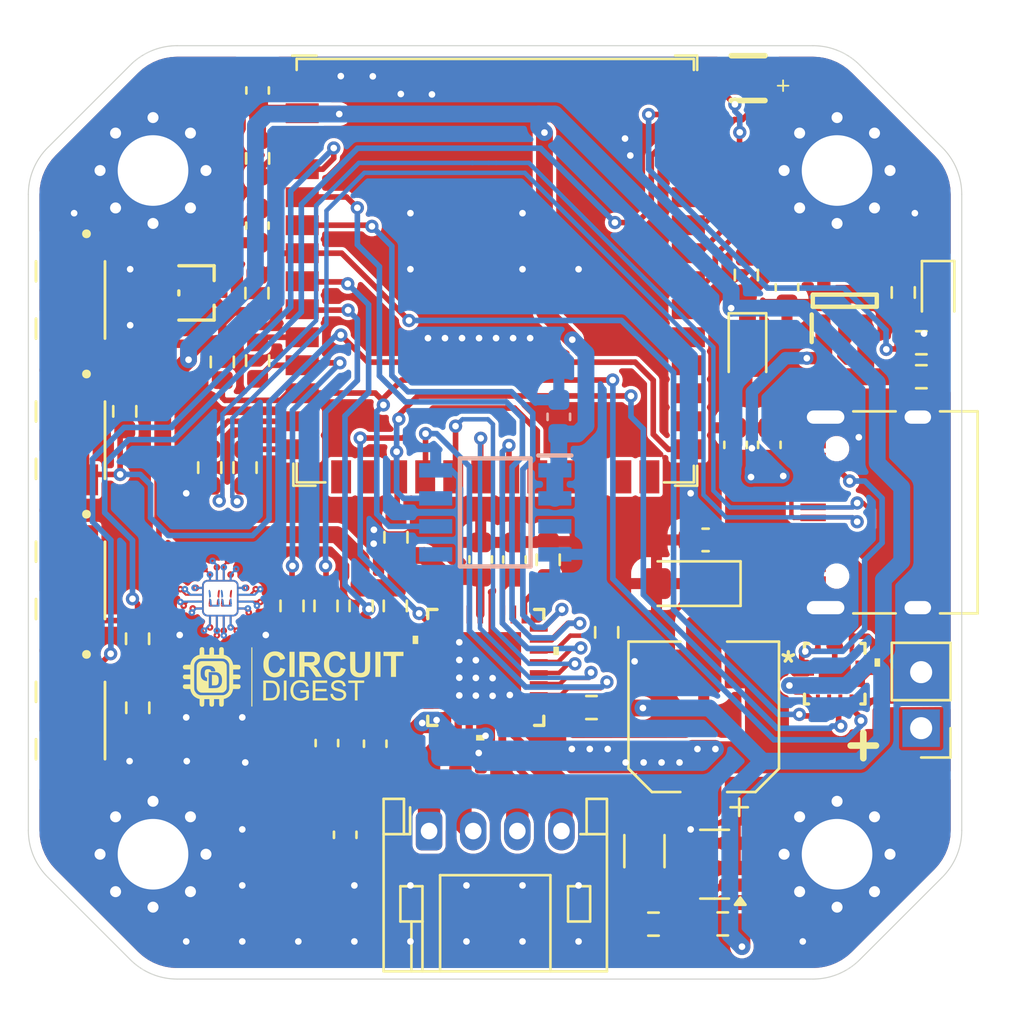
<source format=kicad_pcb>
(kicad_pcb (version 20241229) (generator "pcbnew") (generator_version "9.0")
  (layers (0 "F.Cu" signal) (2 "B.Cu" signal) (13 "F.Paste" user) (15 "B.Paste" user) (5 "F.SilkS" user "F.Silkscreen") (7 "B.SilkS" user "B.Silkscreen") (1 "F.Mask" user) (3 "B.Mask" user) (25 "Edge.Cuts" user))
  (net 0 "")
  (net 1 "VM")
  (net 2 "GND")
  (net 3 "+3V3")
  (net 4 "Net-(U4-VDD1V8)")
  (net 5 "Net-(U4-CPO)")
  (net 6 "Net-(U4-CPI)")
  (net 7 "Net-(U4-VCP)")
  (net 8 "/EN")
  (net 9 "Net-(J1-CC2)")
  (net 11 "/USB_D+")
  (net 12 "/USB_D-")
  (net 13 "Net-(J1-CC1)")
  (net 15 "/A2")
  (net 16 "/A1")
  (net 17 "/B2")
  (net 18 "/B1")
  (net 19 "Net-(LED1-A)")
  (net 20 "Net-(Q1-D)")
  (net 21 "Net-(Q1-G)")
  (net 22 "/INT")
  (net 23 "/VSense")
  (net 24 "/SCL")
  (net 25 "/SDA")
  (net 26 "/UART_EN")
  (net 27 "/DIAG")
  (net 28 "Net-(U4-DIAG0)")
  (net 29 "Net-(U4-DIAG1{slash}SW)")
  (net 30 "/RX")
  (net 31 "Net-(U4-IREF)")
  (net 32 "Net-(U4-CLK)")
  (net 33 "Net-(U4-SLEEPN)")
  (net 34 "/OV")
  (net 35 "/IO0")
  (net 36 "/TX")
  (net 37 "Net-(U6-GPIO20{slash}U1CTS{slash}ADC2_CH9{slash}CLK_OUT1{slash}USB_D+)")
  (net 38 "Net-(U6-GPIO19{slash}U1RTS{slash}ADC2_CH8{slash}CLK_OUT2{slash}USB_D-)")
  (net 39 "Net-(U6-MTDO{slash}GPIO40{slash}CLK_OUT2)")
  (net 40 "Net-(U6-MTDI{slash}GPIO41{slash}CLK_OUT1)")
  (net 41 "Net-(U6-MTMS{slash}GPIO42)")
  (net 44 "/SCK")
  (net 48 "/DIR")
  (net 49 "/CS")
  (net 50 "/STEP")
  (net 51 "/MOSI")
  (net 52 "/MISO")
  (net 64 "Net-(LED2-A)")
  (net 68 "Net-(U6-GPIO2{slash}TOUCH2{slash}ADC1_CH1)")
  (net 69 "Net-(U6-GPIO4{slash}TOUCH4{slash}ADC1_CH3)")
  (net 70 "/DRV_EN")
  (footprint "Resistor_SMD:R_0603_1608Metric" (layer "F.Cu") (at 151.464699 84.059699 90)
    (property "Reference" "R14" (hide yes))
    (property "Value" "10K")
  )
  (footprint "Resistor_SMD:R_0603_1608Metric" (layer "F.Cu") (at 165.724699 70.929699)
    (property "Reference" "R5" (hide yes))
    (property "Value" "10K")
  )
  (footprint "MountingHole:MountingHole_3.2mm_M3_Pad_Via" (layer "F.Cu") (at 161.904699 94.119689)
    (property "Reference" "H4" (hide yes))
    (property "Value" "MountingHole_Pad")
  )
  (footprint "Connector_JST:JST_PH_S4B-PH-K_1x04_P2.00mm_Horizontal" (layer "F.Cu") (at 143.414694 93.069699)
    (property "Reference" "J3" (hide yes))
    (property "Value" "Conn_01x04")
  )
  (footprint "Resistor_SMD:R_0603_1608Metric" (layer "F.Cu") (at 135.644699 62.569699 -90)
    (property "Reference" "R19" (hide yes))
    (property "Value" "10K")
  )
  (footprint "Resistor_SMD:R_0603_1608Metric" (layer "F.Cu") (at 130.204699 84.349699 -90)
    (property "Reference" "R26" (hide yes))
    (property "Value" "10K")
  )
  (footprint "Resistor_SMD:R_0603_1608Metric" (layer "F.Cu") (at 140.334699 82.859699 -90)
    (property "Reference" "R10" (hide yes))
    (property "Value" "4.7K")
  )
  (footprint "EVQ_P7A01P:SW_EVQ-P7A01P" (layer "F.Cu") (at 127.164699 81.703032 -90)
    (property "Reference" "S3" (hide yes))
    (property "Value" "EVQ-P7A01P")
  )
  (footprint "Resistor_SMD:R_0603_1608Metric" (layer "F.Cu") (at 157.794699 67.859699 90)
    (property "Reference" "R27" (hide yes))
    (property "Value" "330R")
  )
  (footprint "Capacitor_SMD:C_0603_1608Metric" (layer "F.Cu") (at 140.974699 89.109699 90)
    (property "Reference" "C7" (hide yes))
    (property "Value" "1uF/50V")
  )
  (footprint "Resistor_SMD:R_0603_1608Metric" (layer "F.Cu") (at 138.744699 82.859699 -90)
    (property "Reference" "R11" (hide yes))
    (property "Value" "100R")
  )
  (footprint "Resistor_SMD:R_0603_1608Metric" (layer "F.Cu") (at 133.474699 76.589699 90)
    (property "Reference" "R25" (hide yes))
    (property "Value" "33R")
  )
  (footprint "LED_SMD:LED_0603_1608Metric" (layer "F.Cu") (at 166.484699 68.709699 -90)
    (property "Reference" "LED1" (hide yes))
    (property "Value" "LED_Small")
  )
  (footprint "Resistor_SMD:R_0603_1608Metric" (layer "F.Cu") (at 164.904699 68.649699 90)
    (property "Reference" "R6" (hide yes))
    (property "Value" "1K")
  )
  (footprint "Espressif:ESP32-S3-WROOM-1U" (layer "F.Cu") (at 146.414694 67.509699)
    (property "Reference" "U6" (hide yes))
    (property "Value" "ESP32-S3-WROOM-1")
  )
  (footprint "EVQ_P7A01P:SW_EVQ-P7A01P" (layer "F.Cu") (at 127.164699 88.059699 -90)
    (property "Reference" "S4" (hide yes))
    (property "Value" "EVQ-P7A01P")
  )
  (footprint "TMC2240ATJ_T:21-0140_T3255&plus_5C_TRI" (layer "F.Cu") (at 145.984698 85.649999 -90)
    (property "Reference" "U4" (hide yes))
    (property "Value" "TMC2240ATJ+T")
  )
  (footprint "Capacitor_SMD:C_0603_1608Metric" (layer "F.Cu") (at 139.614699 93.239699 -90)
    (property "Reference" "C8" (hide yes))
    (property "Value" "0.1uF/50V")
  )
  (footprint "Resistor_SMD:R_0603_1608Metric" (layer "F.Cu") (at 135.614699 68.679699 -90)
    (property "Reference" "R3" (hide yes))
    (property "Value" "4.7K")
  )
  (footprint "Resistor_SMD:R_0603_1608Metric" (layer "F.Cu") (at 141.914699 79.749699 -90)
    (property "Reference" "R7" (hide yes))
    (property "Value" "4.7K")
  )
  (footprint "Capacitor_SMD:C_0603_1608Metric" (layer "F.Cu") (at 135.644699 59.489699 90)
    (property "Reference" "C13" (hide yes))
    (property "Value" "0.1uF/50V")
  )
  (footprint "Resistor_SMD:R_0603_1608Metric" (layer "F.Cu") (at 141.884699 82.859699 -90)
    (property "Reference" "R9" (hide yes))
    (property "Value" "4.7K")
  )
  (footprint "Resistor_SMD:R_0603_1608Metric" (layer "F.Cu") (at 150.774699 87.469699 180)
    (property "Reference" "R15" (hide yes))
    (property "Value" "4.7K")
  )
  (footprint "Capacitor_SMD:C_0603_1608Metric" (layer "F.Cu") (at 145.754998 80.754998 -90)
    (property "Reference" "C4" (hide yes))
    (property "Value" "0.1uF/50V")
  )
  (footprint "ADM803SAKSZ:KS_3_ADI" (layer "F.Cu") (at 132.874699 68.669699 -90)
    (property "Reference" "U5" (hide yes))
    (property "Value" "ADM803SAKSZ")
  )
  (footprint "Resistor_SMD:R_1206_3216Metric" (layer "F.Cu") (at 153.174699 93.979699 90)
    (property "Reference" "R18" (hide yes))
    (property "Value" "2K/1W")
  )
  (footprint "Diode_SMD:D_SMF" (layer "F.Cu") (at 155.172199 81.849699 180)
    (property "Reference" "D1" (hide yes))
    (property "Value" "SMF40A")
  )
  (footprint "Resistor_SMD:R_0603_1608Metric" (layer "F.Cu") (at 130.214699 87.479699 90)
    (property "Reference" "R28" (hide yes))
    (property "Value" "10K")
  )
  (footprint "Connector_PinHeader_2.54mm:PinHeader_1x02_P2.54mm_Vertical" (layer "F.Cu") (at 165.714699 88.404699 180)
    (property "Reference" "J2" (hide yes))
    (property "Value" "Conn_01x02")
  )
  (footprint "XL-1615RGBC-YG:LED-SMD_4P-L1.6-W1.5-BL-2" (layer "F.Cu") (at 157.874699 58.929699 180)
    (property "Reference" "LED2" (hide yes))
    (property "Value" "XL-1615RGBC-YG" (hide yes))
  )
  (footprint "LOGO" (layer "F.Cu") (at 133.954699 82.509699)
    (property "Reference" "G***" (hide yes))
    (property "Value" "LOGO" (hide yes))
  )
  (footprint "Capacitor_SMD:C_0603_1608Metric" (layer "F.Cu") (at 157.304699 75.559699 90)
    (property "Reference" "C10" (hide yes))
    (property "Value" "0.1uF/50V")
  )
  (footprint "Resistor_SMD:R_0603_1608Metric" (layer "F.Cu") (at 137.204699 82.859699 -90)
    (property "Reference" "R12" (hide yes))
    (property "Value" "0R")
  )
  (footprint "MountingHole:MountingHole_3.2mm_M3_Pad_Via" (layer "F.Cu") (at 161.904699 63.119689)
    (property "Reference" "H2" (hide yes))
    (property "Value" "MountingHole_Pad")
  )
  (footprint "Package_TO_SOT_SMD:SOT-23" (layer "F.Cu") (at 156.354699 94.572199 180)
    (property "Reference" "Q1" (hide yes))
    (property "Value" "AO3400A")
  )
  (footprint "Capacitor_SMD:C_0603_1608Metric" (layer "F.Cu") (at 159.634699 68.417199 90)
    (property "Reference" "C3" (hide yes))
    (property "Value" "2.2uF")
  )
  (footprint "Resistor_SMD:R_0603_1608Metric" (layer "F.Cu") (at 134.044699 71.799699 90)
    (property "Reference" "R8" (hide yes))
    (property "Value" "4.7K")
  )
  (footprint "Connector_USB:USB_C_Receptacle_XKB_U262-16XN-4BVC11" (layer "F.Cu") (at 164.489699 78.619694 90)
    (property "Reference" "J1" (hide yes))
    (property "Value" "USB_C_Receptacle_USB2.0")
  )
  (footprint "EVQ_P7A01P:SW_EVQ-P7A01P" (layer "F.Cu") (at 127.164699 75.346366 -90)
    (property "Reference" "S2" (hide yes))
    (property "Value" "EVQ-P7A01P")
  )
  (footprint "LOGO" (layer "F.Cu") (at 137.254699 86.079699)
    (property "Reference" "G***" (hide yes))
    (property "Value" "LOGO" (hide yes))
  )
  (footprint "Capacitor_SMD:CP_Elec_6.3x5.4" (layer "F.Cu") (at 155.862199 87.889699 90)
    (property "Reference" "C1" (hide yes))
    (property "Value" "100uF 35V")
  )
  (footprint "Resistor_SMD:R_0603_1608Metric" (layer "F.Cu") (at 135.644699 71.739699 -90)
    (property "Reference" "R23" (hide yes))
    (property "Value" "1K")
  )
  (footprint "Resistor_SMD:R_0603_1608Metric" (layer "F.Cu") (at 129.624699 74.039699 90)
    (property "Reference" "R22" (hide yes))
    (property "Value" "10K")
  )
  (footprint "ADPL44002AUJZ-3.3-R7:SOT95P280X100-5N" (layer "F.Cu") (at 162.254699 69.022199 90)
    (property "Reference" "U2" (hide yes))
    (property "Value" "ADPL44002AUJZ" (hide yes))
  )
  (footprint "FUSB302BMPX:MLP14_2P5X2P5_ONS" (layer "F.Cu") (at 161.798699 85.935099)
    (property "Reference" "U1" (hide yes))
    (property "Value" "FUSB302BMPX")
  )
  (footprint "Resistor_SMD:R_0603_1608Metric" (layer "F.Cu") (at 153.584699 97.289699)
    (property "Reference" "R16" (hide yes))
    (property "Value" "100R")
  )
  (footprint "Resistor_SMD:R_0603_1608Metric" (layer "F.Cu") (at 165.724699 72.469699)
    (property "Reference" "R4" (hide yes))
    (property "Value" "100K")
  )
  (footprint "Capacitor_SMD:C_0603_1608Metric" (layer "F.Cu") (at 135.634699 65.619699 -90)
    (property "Reference" "C12" (hide yes))
    (property "Value" "0.1uF/50V")
  )
  (footprint "EVQ_P7A01P:SW_EVQ-P7A01P" (layer "F.Cu") (at 127.164699 68.989699 -90)
    (property "Reference" "S1" (hide yes))
    (property "Value" "EVQ-P7A01P")
  )
  (footprint "Diode_SMD:D_SOD-323" (layer "F.Cu") (at 157.844699 71.202199 -90)
    (property "Reference" "D2" (hide yes))
    (property "Value" "SD05")
  )
  (footprint "Resistor_SMD:R_0603_1608Metric" (layer "F.Cu") (at 148.814699 80.769699 -90)
    (property "Reference" "R13" (hide yes))
    (property "Value" "12K")
  )
  (footprint "Capacitor_SMD:C_0603_1608Metric" (layer "F.Cu") (at 147.284699 80.759699 90)
    (property "Reference" "C5" (hide yes))
    (property "Value" "2.2uF/25V")
  )
  (footprint "Resistor_SMD:R_0603_1608Metric" (layer "F.Cu") (at 156.724699 97.279699)
    (property "Reference" "R17" (hide yes))
    (property "Value" "10K")
  )
  (footprint "Resistor_SMD:R_0603_1608Metric" (layer "F.Cu") (at 135.074699 76.589699 90)
    (property "Reference" "R24" (hide yes))
    (property "Value" "33R")
  )
  (footprint "Capacitor_SMD:C_0603_1608Metric" (layer "F.Cu") (at 155.947199 79.869699)
    (property "Reference" "C11" (hide yes))
    (property "Value" "1uF/50V")
  )
  (footprint "Capacitor_SMD:C_0603_1608Metric" (layer "F.Cu") (at 138.784699 89.079699 -90)
    (property "Reference" "C6" (hide yes))
    (property "Value" "22nF/50V")
  )
  (footprint "MountingHole:MountingHole_3.2mm_M3_Pad_Via" (layer "F.Cu") (at 130.904699 63.119698)
    (property "Reference" "H1" (hide yes))
    (property "Value" "MountingHole_Pad")
  )
  (footprint "Capacitor_SMD:C_0603_1608Metric" (layer "F.Cu") (at 158.834699 75.559699 -90)
    (property "Reference" "C9" (hide yes))
    (property "Value" "1uF/50V")
  )
  (footprint "MountingHole:MountingHole_3.2mm_M3_Pad_Via" (layer "F.Cu") (at 130.904699 94.119689)
    (property "Reference" "H3" (hide yes))
    (property "Value" "MountingHole_Pad")
  )
  (footprint "AS5600-ASOM:SOIC127P600X175-8N" (layer "B.Cu") (at 146.414694 78.619694 180)
    (property "Reference" "U3" (hide yes))
    (property "Value" "AS5600-ASOM" (hide yes))
  )
  (footprint "LOGO" (layer "B.Cu") (at 133.954699 82.509699 180)
    (property "Reference" "G***" (hide yes))
    (property "Value" "LOGO" (hide yes))
  )
  (footprint "Capacitor_SMD:C_0603_1608Metric" (layer "B.Cu") (at 149.294699 74.289699 90)
    (property "Reference" "C2" (hide yes))
    (property "Value" "0.1uF/50V")
  )
  (gr_line (start 125.254699 64.202329) (end 125.254699 93.037049) (stroke (width 0.05)) (layer "Edge.Cuts"))
  (gr_line (start 167.554699 93.037049) (end 167.554699 64.202326) (stroke (width 0.05)) (layer "Edge.Cuts"))
  (gr_arc (start 131.997342 99.779689) (mid 130.849283 99.551342) (end 129.876022 98.901009) (stroke (width 0.05)) (layer "Edge.Cuts"))
  (gr_arc (start 129.876018 58.338378) (mid 130.849289 57.688071) (end 131.997336 57.459699) (stroke (width 0.05)) (layer "Edge.Cuts"))
  (gr_arc (start 166.67602 62.081008) (mid 167.326325 63.054279) (end 167.554699 64.202326) (stroke (width 0.05)) (layer "Edge.Cuts"))
  (gr_arc (start 167.554699 93.037052) (mid 167.32635 94.18511) (end 166.676019 95.158371) (stroke (width 0.05)) (layer "Edge.Cuts"))
  (gr_arc (start 125.254699 64.20233) (mid 125.483047 63.054272) (end 126.133379 62.081013) (stroke (width 0.05)) (layer "Edge.Cuts"))
  (gr_arc (start 162.933379 98.901009) (mid 161.960106 99.551314) (end 160.812058 99.779689) (stroke (width 0.05)) (layer "Edge.Cuts"))
  (gr_line (start 126.133379 95.158369) (end 129.876022 98.901009) (stroke (width 0.05)) (layer "Edge.Cuts"))
  (gr_arc (start 126.133379 95.15837) (mid 125.483073 94.185097) (end 125.254699 93.037049) (stroke (width 0.05)) (layer "Edge.Cuts"))
  (gr_line (start 129.876019 58.338369) (end 126.133379 62.081013) (stroke (width 0.05)) (layer "Edge.Cuts"))
  (gr_line (start 160.812059 57.459689) (end 131.997336 57.459699) (stroke (width 0.05)) (layer "Edge.Cuts"))
  (gr_arc (start 160.812057 57.459689) (mid 161.960117 57.688037) (end 162.933378 58.33837) (stroke (width 0.05)) (layer "Edge.Cuts"))
  (gr_line (start 162.933379 98.901009) (end 166.676019 95.158371) (stroke (width 0.05)) (layer "Edge.Cuts"))
  (gr_line (start 166.676019 62.081009) (end 162.933378 58.33837) (stroke (width 0.05)) (layer "Edge.Cuts"))
  (gr_line (start 131.997339 99.779689) (end 160.812058 99.779689) (stroke (width 0.05)) (layer "Edge.Cuts"))
  (gr_text "+" (at 163.864699 90.319699 90) (layer "F.SilkS") (effects (font (size 1.5 1.5) (thickness 0.3) (bold yes)) (justify left bottom)))
  (segment (start 163.204699 70.272199) (end 163.204699 72.459699) (width 0.762) (layer "F.Cu") (net 1))
  (segment (start 158.004699 77.019699) (end 158.004699 76.374699) (width 0.5588) (layer "F.Cu") (net 1))
  (segment (start 144.234699 88.209699) (end 144.034699 88.409699) (width 0.254) (layer "F.Cu") (net 1))
  (segment (start 160.004304 76.200094) (end 160.819699 76.200094) (width 0.5588) (layer "F.Cu") (net 1))
  (segment (start 143.544699 88.249699) (end 143.754699 88.039699) (width 0.635) (layer "F.Cu") (net 1))
  (segment (start 158.004699 76.374699) (end 158.044699 76.334699) (width 0.5588) (layer "F.Cu") (net 1))
  (segment (start 160.554099 85.935099) (end 159.970099 85.935099) (width 0.254) (layer "F.Cu") (net 1))
  (segment (start 160.534699 71.629699) (end 161.204699 71.629699) (width 0.5588) (layer "F.Cu") (net 1))
  (segment (start 141.724699 89.689699) (end 141.529699 89.884699) (width 0.762) (layer "F.Cu") (net 1))
  (segment (start 162.044699 72.469699) (end 163.194699 72.469699) (width 0.762) (layer "F.Cu") (net 1))
  (segment (start 163.194699 72.469699) (end 164.899699 72.469699) (width 0.762) (layer "F.Cu") (net 1))
  (segment (start 145.974699 88.050299) (end 146.234698 88.050299) (width 0.3048) (layer "F.Cu") (net 1))
  (segment (start 143.104699 88.169699) (end 143.184699 88.249699) (width 0.762) (layer "F.Cu") (net 1))
  (segment (start 144.234699 87.879699) (end 144.214699 87.859699) (width 0.254) (layer "F.Cu") (net 1))
  (segment (start 153.174699 92.517199) (end 153.174699 91.039699) (width 1.27) (layer "F.Cu") (net 1))
  (segment (start 158.834699 76.334699) (end 158.834699 77.449699) (width 0.5588) (layer "F.Cu") (net 1))
  (segment (start 161.304699 71.729699) (end 162.044699 72.469699) (width 0.762) (layer "F.Cu") (net 1))
  (segment (start 139.614699 91.029699) (end 139.614699 92.464699) (width 0.762) (layer "F.Cu") (net 1))
  (segment (start 159.970099 85.935099) (end 159.674699 85.639699) (width 0.254) (layer "F.Cu") (net 1))
  (segment (start 140.759699 89.884699) (end 139.614699 91.029699) (width 0.762) (layer "F.Cu") (net 1))
  (segment (start 158.834699 80.449699) (end 159.385094 81.000094) (width 0.5588) (layer "F.Cu") (net 1))
  (segment (start 158.044699 76.334699) (end 158.834699 76.334699) (width 0.635) (layer "F.Cu") (net 1))
  (segment (start 158.044699 75.709699) (end 158.044699 76.334699) (width 0.5588) (layer "F.Cu") (net 1))
  (segment (start 143.704699 88.409699) (end 143.544699 88.249699) (width 0.254) (layer "F.Cu") (net 1))
  (segment (start 158.424699 77.019699) (end 158.834699 77.429699) (width 0.5588) (layer "F.Cu") (net 1))
  (segment (start 143.934699 87.859699) (end 143.754699 88.039699) (width 0.254) (layer "F.Cu") (net 1))
  (segment (start 158.834699 77.429699) (end 158.834699 77.449699) (width 0.5588) (layer "F.Cu") (net 1))
  (segment (start 158.834699 76.334699) (end 159.869699 76.334699) (width 0.5588) (layer "F.Cu") (net 1))
  (segment (start 144.214699 87.859699) (end 143.934699 87.859699) (width 0.254) (layer "F.Cu") (net 1))
  (segment (start 144.234699 88.050299) (end 144.234699 88.209699) (width 0.254) (layer "F.Cu") (net 1))
  (segment (start 159.869699 76.334699) (end 160.004304 76.200094) (width 0.5588) (layer "F.Cu") (net 1))
  (segment (start 141.724699 89.549699) (end 141.724699 89.689699) (width 0.762) (layer "F.Cu") (net 1))
  (segment (start 163.204699 72.459699) (end 163.194699 72.469699) (width 0.762) (layer "F.Cu") (net 1))
  (segment (start 158.004699 77.019699) (end 158.424699 77.019699) (width 0.5588) (layer "F.Cu") (net 1))
  (segment (start 144.034699 88.409699) (end 143.704699 88.409699) (width 0.254) (layer "F.Cu") (net 1))
  (segment (start 141.529699 89.884699) (end 140.974699 89.884699) (width 0.762) (layer "F.Cu") (net 1))
  (segment (start 143.184699 88.249699) (end 143.544699 88.249699) (width 0.762) (layer "F.Cu") (net 1))
  (segment (start 140.974699 89.884699) (end 140.759699 89.884699) (width 0.762) (layer "F.Cu") (net 1))
  (segment (start 159.385094 81.000094) (end 160.819699 81.000094) (width 0.5588) (layer "F.Cu") (net 1))
  (segment (start 153.174699 91.039699) (end 153.524699 90.689699) (width 1.27) (layer "F.Cu") (net 1))
  (segment (start 157.304699 76.334699) (end 158.044699 76.334699) (width 0.635) (layer "F.Cu") (net 1))
  (segment (start 145.974699 88.050299) (end 145.974699 88.749699) (width 0.381) (layer "F.Cu") (net 1))
  (segment (start 145.734698 88.050299) (end 145.974699 88.050299) (width 0.3302) (layer "F.Cu") (net 1))
  (segment (start 144.234699 88.050299) (end 144.234699 87.879699) (width 0.254) (layer "F.Cu") (net 1))
  (segment (start 158.834699 77.449699) (end 158.834699 80.449699) (width 0.5588) (layer "F.Cu") (net 1))
  (segment (start 161.204699 71.629699) (end 161.304699 71.729699) (width 0.5588) (layer "F.Cu") (net 1))
  (segment (start 153.524699 90.689699) (end 155.862199 90.689699) (width 1.27) (layer "F.Cu") (net 1))
  (segment (start 143.104699 88.169699) (end 141.724699 89.549699) (width 0.762) (layer "F.Cu") (net 1))
  (segment (start 159.674699 85.639699) (end 158.834699 85.639699) (width 0.254) (layer "F.Cu") (net 1))
  (segment (start 161.304699 70.272199) (end 161.304699 71.729699) (width 0.762) (layer "F.Cu") (net 1))
  (via (at 143.754699 88.039699) (size 0.6) (drill 0.3) (layers "F.Cu" "B.Cu") (net 1))
  (via (at 145.974699 88.749699) (size 0.6) (drill 0.3) (layers "F.Cu" "B.Cu") (net 1))
  (via (at 154.764699 89.959699) (size 0.6) (drill 0.3) (layers "F.Cu" "B.Cu") (net 1))
  (via (at 156.391366 89.3491) (size 0.6) (drill 0.3) (layers "F.Cu" "B.Cu") (net 1))
  (via (at 152.324699 89.959699) (size 0.6) (drill 0.3) (layers "F.Cu" "B.Cu") (net 1))
  (via (at 158.044699 75.709699) (size 0.6) (drill 0.3) (layers "F.Cu" "B.Cu") (net 1))
  (via (at 158.004699 77.019699) (size 0.6) (drill 0.3) (layers "F.Cu" "B.Cu") (net 1))
  (via (at 153.951366 89.959699) (size 0.6) (drill 0.3) (layers "F.Cu" "B.Cu") (net 1))
  (via (at 160.534699 71.629699) (size 0.6) (drill 0.3) (layers "F.Cu" "B.Cu") (net 1))
  (via (at 153.138032 89.959699) (size 0.6) (drill 0.3) (layers "F.Cu" "B.Cu") (net 1))
  (via (at 149.884699 89.3491) (size 0.6) (drill 0.3) (layers "F.Cu" "B.Cu") (net 1))
  (via (at 151.511366 89.3491) (size 0.6) (drill 0.3) (layers "F.Cu" "B.Cu") (net 1))
  (via (at 155.578032 89.3491) (size 0.6) (drill 0.3) (layers "F.Cu" "B.Cu") (net 1))
  (via (at 159.464699 76.969699) (size 0.6) (drill 0.3) (layers "F.Cu" "B.Cu") (net 1))
  (via (at 145.664699 89.529699) (size 0.6) (drill 0.3) (layers "F.Cu" "B.Cu") (net 1))
  (via (at 143.104699 88.169699) (size 0.6) (drill 0.3) (layers "F.Cu" "B.Cu") (net 1))
  (via (at 150.698032 89.3491) (size 0.6) (drill 0.3) (layers "F.Cu" "B.Cu") (net 1))
  (segment (start 158.044699 73.149699) (end 159.564699 71.629699) (width 0.5588) (layer "B.Cu") (net 1))
  (segment (start 143.894699 88.179699) (end 143.894699 89.739699) (width 0.762) (layer "B.Cu") (net 1))
  (segment (start 158.539699 76.484699) (end 158.759699 76.264699) (width 0.5588) (layer "B.Cu") (net 1))
  (segment (start 159.214699 76.719699) (end 158.754699 76.719699) (width 0.5588) (layer "B.Cu") (net 1))
  (segment (start 158.004699 77.019699) (end 158.539699 76.484699) (width 0.5588) (layer "B.Cu") (net 1))
  (segment (start 158.759699 76.264699) (end 159.464699 76.969699) (width 0.5588) (layer "B.Cu") (net 1))
  (segment (start 159.414699 77.019699) (end 159.464699 76.969699) (width 0.5588) (layer "B.Cu") (net 1))
  (segment (start 155.780767 89.959699) (end 156.391366 89.3491) (width 0.762) (layer "B.Cu") (net 1))
  (segment (start 143.754699 88.039699) (end 143.784699 88.069699) (width 0.762) (layer "B.Cu") (net 1))
  (segment (start 156.391366 89.3491) (end 149.884699 89.3491) (width 0.762) (layer "B.Cu") (net 1))
  (segment (start 143.894699 89.739699) (end 145.524699 89.739699) (width 0.762) (layer "B.Cu") (net 1))
  (segment (start 144.514699 88.799699) (end 143.754699 88.039699) (width 0.762) (layer "B.Cu") (net 1))
  (segment (start 143.754699 88.039699) (end 143.894699 88.179699) (width 0.762) (layer "B.Cu") (net 1))
  (segment (start 158.044699 76.639699) (end 158.044699 75.709699) (width 0.5588) (layer "B.Cu") (net 1))
  (segment (start 145.613395 89.159699) (end 145.802796 89.3491) (width 0.762) (layer "B.Cu") (net 1))
  (segment (start 145.802796 89.3491) (end 149.884699 89.3491) (width 0.762) (layer "B.Cu") (net 1))
  (segment (start 158.044699 75.989699) (end 158.539699 76.484699) (width 0.5588) (layer "B.Cu") (net 1))
  (segment (start 143.234699 88.039699) (end 143.104699 88.169699) (width 0.762) (layer "B.Cu") (net 1))
  (segment (start 145.744699 89.959699) (end 155.780767 89.959699) (width 0.762) (layer "B.Cu") (net 1))
  (segment (start 158.004699 76.679699) (end 158.044699 76.639699) (width 0.5588) (layer "B.Cu") (net 1))
  (segment (start 145.524699 89.739699) (end 145.744699 89.959699) (width 0.762) (layer "B.Cu") (net 1))
  (segment (start 145.924699 88.799699) (end 144.514699 88.799699) (width 0.762) (layer "B.Cu") (net 1))
  (segment (start 158.044699 75.709699) (end 158.044699 73.149699) (width 0.5588) (layer "B.Cu") (net 1))
  (segment (start 143.784699 89.159699) (end 145.613395 89.159699) (width 0.762) (layer "B.Cu") (net 1))
  (segment (start 145.974699 88.749699) (end 145.924699 88.799699) (width 0.762) (layer "B.Cu") (net 1))
  (segment (start 143.784699 88.069699) (end 143.784699 89.159699) (width 0.762) (layer "B.Cu") (net 1))
  (segment (start 158.004699 77.019699) (end 159.414699 77.019699) (width 0.5588) (layer "B.Cu") (net 1))
  (segment (start 159.564699 71.629699) (end 160.534699 71.629699) (width 0.5588) (layer "B.Cu") (net 1))
  (segment (start 159.464699 76.969699) (end 159.214699 76.719699) (width 0.5588) (layer "B.Cu") (net 1))
  (segment (start 158.004699 77.019699) (end 158.004699 76.679699) (width 0.5588) (layer "B.Cu") (net 1))
  (segment (start 158.044699 75.709699) (end 158.044699 75.989699) (width 0.5588) (layer "B.Cu") (net 1))
  (segment (start 158.204699 75.709699) (end 158.759699 76.264699) (width 0.5588) (layer "B.Cu") (net 1))
  (segment (start 143.754699 88.039699) (end 143.234699 88.039699) (width 0.762) (layer "B.Cu") (net 1))
  (segment (start 158.044699 75.709699) (end 158.204699 75.709699) (width 0.5588) (layer "B.Cu") (net 1))
  (segment (start 162.808699 85.935099) (end 161.798699 85.935099) (width 0.254) (layer "F.Cu") (net 2))
  (segment (start 146.234698 85.399999) (end 145.984698 85.649999) (width 0.254) (layer "F.Cu") (net 2))
  (segment (start 162.052699 84.690499) (end 161.804699 84.690499) (width 0.254) (layer "F.Cu") (net 2))
  (segment (start 161.798699 84.696499) (end 161.798699 83.963699) (width 0.254) (layer "F.Cu") (net 2))
  (segment (start 166.264699 70.929699) (end 165.844699 70.509699) (width 0.254) (layer "F.Cu") (net 2))
  (segment (start 163.348299 85.864699) (end 165.714699 85.864699) (width 0.254) (layer "F.Cu") (net 2))
  (segment (start 146.234698 83.249699) (end 146.234698 85.399999) (width 0.254) (layer "F.Cu") (net 2))
  (segment (start 163.043299 85.935099) (end 163.043299 86.169699) (width 0.254) (layer "F.Cu") (net 2))
  (segment (start 163.043299 86.169699) (end 163.348299 85.864699) (width 0.254) (layer "F.Cu") (net 2))
  (segment (start 161.384699 83.549699) (end 161.384699 82.939694) (width 0.254) (layer "F.Cu") (net 2))
  (segment (start 161.804699 84.690499) (end 161.798699 84.696499) (width 0.254) (layer "F.Cu") (net 2))
  (segment (start 166.549699 70.929699) (end 166.264699 70.929699) (width 0.254) (layer "F.Cu") (net 2))
  (segment (start 161.798699 83.963699) (end 161.384699 83.549699) (width 0.254) (layer "F.Cu") (net 2))
  (segment (start 163.043299 86.169699) (end 163.043299 86.443099) (width 0.254) (layer "F.Cu") (net 2))
  (segment (start 163.043299 86.169699) (end 162.808699 85.935099) (width 0.254) (layer "F.Cu") (net 2))
  (segment (start 161.798699 84.696499) (end 161.798699 85.935099) (width 0.254) (layer "F.Cu") (net 2))
  (segment (start 161.804699 84.690499) (end 161.544699 84.690499) (width 0.254) (layer "F.Cu") (net 2))
  (via (at 132.409699 87.914689) (size 0.6) (drill 0.3) (layers "F.Cu" "B.Cu") (net 2))
  (via (at 144.136366 70.719699) (size 0.6) (drill 0.3) (layers "F.Cu" "B.Cu") (net 2))
  (via (at 155.269699 77.754689) (size 0.6) (drill 0.3) (layers "F.Cu" "B.Cu") (net 2))
  (via (at 135.084699 89.959699) (size 0.6) (drill 0.3) (layers "F.Cu" "B.Cu") (net 2))
  (via (at 142.569699 98.074689) (size 0.6) (drill 0.3) (layers "F.Cu" "B.Cu") (net 2))
  (via (at 145.109699 98.074689) (size 0.6) (drill 0.3) (layers "F.Cu" "B.Cu") (net 2))
  (via (at 152.534699 62.439699) (size 0.6) (drill 0.3) (layers "F.Cu" "B.Cu") (net 2))
  (via (at 143.544699 59.669699) (size 0.6) (drill 0.3) (layers "F.Cu" "B.Cu") (net 2))
  (via (at 150.189699 95.534689) (size 0.6) (drill 0.3) (layers "F.Cu" "B.Cu") (net 2))
  (via (at 146.294699 86.939699) (size 0.6) (drill 0.3) (layers "F.Cu" "B.Cu") (net 2))
  (via (at 144.784699 86.116366) (size 0.6) (drill 0.3) (layers "F.Cu" "B.Cu") (net 2))
  (via (at 132.409699 77.754689) (size 0.6) (drill 0.3) (layers "F.Cu" "B.Cu") (net 2))
  (via (at 129.869699 70.134689) (size 0.6) (drill 0.3) (layers "F.Cu" "B.Cu") (net 2))
  (via (at 129.842318 89.899699) (size 0.6) (drill 0.3) (layers "F.Cu" "B.Cu") (net 2))
  (via (at 132.434699 89.899699) (size 0.6) (drill 0.3) (layers "F.Cu" "B.Cu") (net 2))
  (via (at 146.451366 70.719699) (size 0.6) (drill 0.3) (layers "F.Cu" "B.Cu") (net 2))
  (via (at 147.649699 95.534689) (size 0.6) (drill 0.3) (layers "F.Cu" "B.Cu") (net 2))
  (via (at 144.908032 70.719699) (size 0.6) (drill 0.3) (layers "F.Cu" "B.Cu") (net 2))
  (via (at 147.649699 67.594689) (size 0.6) (drill 0.3) (layers "F.Cu" "B.Cu") (net 2))
  (via (at 140.029699 95.534689) (size 0.6) (drill 0.3) (layers "F.Cu" "B.Cu") (net 2))
  (via (at 139.414699 58.839699) (size 0.6) (drill 0.3) (layers "F.Cu" "B.Cu") (net 2))
  (via (at 134.949699 87.914689) (size 0.6) (drill 0.3) (layers "F.Cu" "B.Cu") (net 2))
  (via (at 145.534699 86.929699) (size 0.6) (drill 0.3) (layers "F.Cu" "B.Cu") (net 2))
  (via (at 165.429699 65.054689) (size 0.6) (drill 0.3) (layers "F.Cu" "B.Cu") (net 2))
  (via (at 147.994699 70.719699) (size 0.6) (drill 0.3) (layers "F.Cu" "B.Cu") (net 2))
  (via (at 145.534699 86.126366) (size 0.6) (drill 0.3) (layers "F.Cu" "B.Cu") (net 2))
  (via (at 142.569699 95.534689) (size 0.6) (drill 0.3) (layers "F.Cu" "B.Cu") (net 2))
  (via (at 160.349699 98.074689) (size 0.6) (drill 0.3) (layers "F.Cu" "B.Cu") (net 2))
  (via (at 147.223032 70.719699) (size 0.6) (drill 0.3) (layers "F.Cu" "B.Cu") (net 2))
  (via (at 144.784699 85.313032) (size 0.6) (drill 0.3) (layers "F.Cu" "B.Cu") (net 2))
  (via (at 132.409699 98.074689) (size 0.6) (drill 0.3) (layers "F.Cu" "B.Cu") (net 2))
  (via (at 134.949699 92.994689) (size 0.6) (drill 0.3) (layers "F.Cu" "B.Cu") (net 2))
  (via (at 145.679699 70.719699) (size 0.6) (drill 0.3) (layers "F.Cu" "B.Cu") (net 2))
  (via (at 142.569699 67.594689) (size 0.6) (drill 0.3) (layers "F.Cu" "B.Cu") (net 2))
  (via (at 129.869699 67.594689) (size 0.6) (drill 0.3) (layers "F.Cu" "B.Cu") (net 2))
  (via (at 150.189699 67.594689) (size 0.6) (drill 0.3) (layers "F.Cu" "B.Cu") (net 2))
  (via (at 165.844699 70.509699) (size 0.6) (drill 0.3) (layers "F.Cu" "B.Cu") (net 2))
  (via (at 132.114699 84.179699) (size 0.6) (drill 0.3) (layers "F.Cu" "B.Cu") (net 2))
  (via (at 152.729699 85.374689) (size 0.6) (drill 0.3) (layers "F.Cu" "B.Cu") (net 2))
  (via (at 147.649699 98.074689) (size 0.6) (drill 0.3) (layers "F.Cu" "B.Cu") (net 2))
  (via (at 144.784699 86.919699) (size 0.6) (drill 0.3) (layers "F.Cu" "B.Cu") (net 2))
  (via (at 137.489699 98.074689) (size 0.6) (drill 0.3) (layers "F.Cu" "B.Cu") (net 2))
  (via (at 140.029699 98.074689) (size 0.6) (drill 0.3) (layers "F.Cu" "B.Cu") (net 2))
  (via (at 140.904699 80.039699) (size 0.6) (drill 0.3) (layers "F.Cu" "B.Cu") (net 2))
  (via (at 140.914699 79.409699) (size 0.6) (drill 0.3) (layers "F.Cu" "B.Cu") (net 2))
  (via (at 145.109699 95.534689) (size 0.6) (drill 0.3) (layers "F.Cu" "B.Cu") (net 2))
  (via (at 134.949699 98.074689) (size 0.6) (drill 0.3) (layers "F.Cu" "B.Cu") (net 2))
  (via (at 145.534699 85.323032) (size 0.6) (drill 0.3) (layers "F.Cu" "B.Cu") (net 2))
  (via (at 143.364699 70.719699) (size 0.6) (drill 0.3) (layers "F.Cu" "B.Cu") (net 2))
  (via (at 147.649699 65.054689) (size 0.6) (drill 0.3) (layers "F.Cu" "B.Cu") (net 2))
  (via (at 136.014699 84.179699) (size 0.6) (drill 0.3) (layers "F.Cu" "B.Cu") (net 2))
  (via (at 140.864699 58.849699) (size 0.6) (drill 0.3) (layers "F.Cu" "B.Cu") (net 2))
  (via (at 162.889699 75.214689) (size 0.6) (drill 0.3) (layers "F.Cu" "B.Cu") (net 2))
  (via (at 127.329699 65.054689) (size 0.6) (drill 0.3) (layers "F.Cu" "B.Cu") (net 2))
  (via (at 142.569699 65.054689) (size 0.6) (drill 0.3) (layers "F.Cu" "B.Cu") (net 2))
  (via (at 150.189699 98.074689) (size 0.6) (drill 0.3) (layers "F.Cu" "B.Cu") (net 2))
  (via (at 144.784699 84.509699) (size 0.6) (drill 0.3) (layers "F.Cu" "B.Cu") (net 2))
  (via (at 134.949699 95.534689) (size 0.6) (drill 0.3) (layers "F.Cu" "B.Cu") (net 2))
  (via (at 152.294699 61.669699) (size 0.6) (drill 0.3) (layers "F.Cu" "B.Cu") (net 2))
  (via (at 147.074699 86.899699) (size 0.6) (drill 0.3) (layers "F.Cu" "B.Cu") (net 2))
  (via (at 142.134699 59.649699) (size 0.6) (drill 0.3) (layers "F.Cu" "B.Cu") (net 2))
  (via (at 146.294699 86.136366) (size 0.6) (drill 0.3) (layers "F.Cu" "B.Cu") (net 2))
  (via (at 155.269699 92.994689) (size 0.6) (drill 0.3) (layers "F.Cu" "B.Cu") (net 2))
  (segment (start 144.429694 76.714694) (end 144.674699 76.959699) (width 0.254) (layer "B.Cu") (net 2))
  (segment (start 144.764699 77.049699) (end 144.764699 78.519699) (width 0.254) (layer "B.Cu") (net 2))
  (segment (start 144.674699 76.959699) (end 144.764699 77.049699) (width 0.254) (layer "B.Cu") (net 2))
  (segment (start 143.714694 76.714694) (end 144.429694 76.714694) (width 0.254) (layer "B.Cu") (net 2))
  (segment (start 130.204699 85.174699) (end 130.579699 85.174699) (width 0.254) (layer "F.Cu") (net 3))
  (segment (start 157.594699 97.324699) (end 157.549699 97.279699) (width 0.762) (layer "F.Cu") (net 3))
  (segment (start 130.204699 85.174699) (end 130.204699 86.644699) (width 0.254) (layer "F.Cu") (net 3))
  (segment (start 159.771299 86.443099) (end 159.744699 86.469699) (width 0.254) (layer "F.Cu") (net 3))
  (segment (start 135.899699 60.519699) (end 135.644699 60.264699) (width 0.762) (layer "F.Cu") (net 3))
  (segment (start 157.779699 68.684699) (end 157.104699 69.359699) (width 0.762) (layer "F.Cu") (net 3))
  (segment (start 130.579699 85.174699) (end 131.174699 84.579699) (width 0.254) (layer "F.Cu") (net 3))
  (segment (start 130.919699 70.974699) (end 129.624699 72.269699) (width 0.381) (layer "F.Cu") (net 3))
  (segment (start 161.036699 87.179699) (end 160.784699 87.179699) (width 0.254) (layer "F.Cu") (net 3))
  (segment (start 158.832199 67.642199) (end 159.634699 67.642199) (width 0.762) (layer "F.Cu") (net 3))
  (segment (start 137.704694 60.559699) (end 137.664694 60.519699) (width 0.762) (layer "F.Cu") (net 3))
  (segment (start 134.579699 69.504699) (end 135.614699 69.504699) (width 0.381) (layer "F.Cu") (net 3))
  (segment (start 139.224699 79.629699) (end 140.334699 80.739699) (width 0.762) (layer "F.Cu") (net 3))
  (segment (start 160.364699 86.759699) (end 160.034699 86.759699) (width 0.254) (layer "F.Cu") (net 3))
  (segment (start 141.914699 80.574699) (end 141.914699 82.004699) (width 0.762) (layer "F.Cu") (net 3))
  (segment (start 139.344699 60.559699) (end 137.704694 60.559699) (width 0.762) (layer "F.Cu") (net 3))
  (segment (start 157.794699 68.679699) (end 158.832199 67.642199) (width 0.762) (layer "F.Cu") (net 3))
  (segment (start 135.644699 61.744699) (end 135.644699 60.264699) (width 0.762) (layer "F.Cu") (net 3))
  (segment (start 133.772449 68.669699) (end 133.772449 69.017449) (width 0.381) (layer "F.Cu") (net 3))
  (segment (start 153.104699 87.489699) (end 151.619699 87.489699) (width 0.762) (layer "F.Cu") (net 3))
  (segment (start 163.204699 67.772199) (end 164.852199 67.772199) (width 0.762) (layer "F.Cu") (net 3))
  (segment (start 131.344699 72.869699) (end 131.344699 78.819699) (width 0.762) (layer "F.Cu") (net 3))
  (segment (start 159.634699 67.642199) (end 161.174699 67.642199) (width 0.762) (layer "F.Cu") (net 3))
  (segment (start 132.514699 71.699699) (end 131.344699 72.869699) (width 0.762) (layer "F.Cu") (net 3))
  (segment (start 157.594699 98.309699) (end 157.594699 97.324699) (width 0.762) (layer "F.Cu") (net 3))
  (segment (start 157.844699 70.152199) (end 157.844699 68.734699) (width 0.762) (layer "F.Cu") (net 3))
  (segment (start 141.884699 82.034699) (end 140.334699 82.034699) (width 0.762) (layer "F.Cu") (net 3))
  (segment (start 161.174699 67.642199) (end 161.304699 67.772199) (width 0.762) (layer "F.Cu") (net 3))
  (segment (start 132.904699 70.974699) (end 134.044699 70.974699) (width 0.762) (layer "F.Cu") (net 3))
  (segment (start 160.034699 86.759699) (end 159.744699 86.469699) (width 0.254) (layer "F.Cu") (net 3))
  (segment (start 134.044699 70.039699) (end 134.579699 69.504699) (width 0.381) (layer "F.Cu") (net 3))
  (segment (start 133.772449 69.017449) (end 134.259699 69.504699) (width 0.381) (layer "F.Cu") (net 3))
  (segment (start 145.734698 83.249699) (end 145.734698 81.550298) (width 0.381) (layer "F.Cu") (net 3))
  (segment (start 132.514699 71.699699) (end 132.514699 71.364699) (width 0.762) (layer "F.Cu") (net 3))
  (segment (start 132.154699 79.629699) (end 139.224699 79.629699) (width 0.762) (layer "F.Cu") (net 3))
  (segment (start 160.784699 87.179699) (end 160.364699 86.759699) (width 0.254) (layer "F.Cu") (net 3))
  (segment (start 131.174699 84.579699) (end 131.174699 78.989699) (width 0.254) (layer "F.Cu") (net 3))
  (segment (start 141.914699 82.004699) (end 141.884699 82.034699) (width 0.762) (layer "F.Cu") (net 3))
  (segment (start 164.852199 67.772199) (end 164.904699 67.824699) (width 0.762) (layer "F.Cu") (net 3))
  (segment (start 157.794699 68.684699) (end 157.779699 68.684699) (width 0.762) (layer "F.Cu") (net 3))
  (segment (start 145.734698 81.550298) (end 145.754998 81.529998) (width 0.381) (layer "F.Cu") (net 3))
  (segment (start 151.619699 87.489699) (end 151.599699 87.469699) (width 0.762) (layer "F.Cu") (net 3))
  (segment (start 131.174699 78.989699) (end 131.344699 78.819699) (width 0.254) (layer "F.Cu") (net 3))
  (segment (start 141.914699 80.574699) (end 143.199699 80.574699) (width 0.762) (layer "F.Cu") (net 3))
  (segment (start 129.624699 72.269699) (end 129.624699 73.214699) (width 0.381) (layer "F.Cu") (net 3))
  (segment (start 157.844699 68.734699) (end 157.794699 68.684699) (width 0.762) (layer "F.Cu") (net 3))
  (segment (start 130.204699 86.644699) (end 130.214699 86.654699) (width 0.254) (layer "F.Cu") (net 3))
  (segment (start 148.644699 69.529699) (end 148.644699 61.399699) (width 0.762) (layer "F.Cu") (net 3))
  (segment (start 132.514699 71.699699) (end 132.514699 71.174699) (width 0.762) (layer "F.Cu") (net 3))
  (segment (start 134.259699 69.504699) (end 135.614699 69.504699) (width 0.381) (layer "F.Cu") (net 3))
  (segment (start 149.904699 70.789699) (end 148.644699 69.529699) (width 0.762) (layer "F.Cu") (net 3))
  (segment (start 157.794699 68.684699) (end 157.794699 68.679699) (width 0.762) (layer "F.Cu") (net 3))
  (segment (start 137.664694 60.519699) (end 135.899699 60.519699) (width 0.762) (layer "F.Cu") (net 3))
  (segment (start 144.154998 81.529998) (end 145.754998 81.529998) (width 0.762) (layer "F.Cu") (net 3))
  (segment (start 132.514699 71.364699) (end 132.904699 70.974699) (width 0.762) (layer "F.Cu") (net 3))
  (segment (start 160.554099 86.443099) (end 159.771299 86.443099) (width 0.254) (layer "F.Cu") (net 3))
  (segment (start 143.199699 80.574699) (end 144.154998 81.529998) (width 0.762) (layer "F.Cu") (net 3))
  (segment (start 161.304699 67.772199) (end 163.204699 67.772199) (width 0.762) (layer "F.Cu") (net 3))
  (segment (start 134.044699 70.974699) (end 134.044699 70.039699) (width 0.381) (layer "F.Cu") (net 3))
  (segment (start 134.044699 70.974699) (end 132.714699 70.974699) (width 0.381) (layer "F.Cu") (net 3))
  (segment (start 131.344699 78.819699) (end 132.154699 79.629699) (width 0.762) (layer "F.Cu") (net 3))
  (segment (start 140.334699 80.739699) (end 140.334699 82.034699) (width 0.762) (layer "F.Cu") (net 3))
  (segment (start 132.714699 70.974699) (end 130.919699 70.974699) (width 0.381) (layer "F.Cu") (net 3))
  (via (at 157.594699 98.309699) (size 0.6) (drill 0.3) (layers "F.Cu" "B.Cu") (net 3))
  (via (at 159.744699 86.469699) (size 0.6) (drill 0.3) (layers "F.Cu" "B.Cu") (net 3))
  (via (at 132.514699 71.699699) (size 0.6) (drill 0.3) (layers "F.Cu" "B.Cu") (net 3))
  (via (at 149.904699 70.789699) (size 0.6) (drill 0.3) (layers "F.Cu" "B.Cu") (net 3))
  (via (at 148.644699 61.399699) (size 0.6) (drill 0.3) (layers "F.Cu" "B.Cu") (net 3))
  (via (at 139.344699 60.559699) (size 0.6) (drill 0.3) (layers "F.Cu" "B.Cu") (net 3))
  (via (at 153.104699 87.489699) (size 0.6) (drill 0.3) (layers "F.Cu" "B.Cu") (net 3))
  (via (at 157.104699 69.359699) (size 0.6) (drill 0.3) (layers "F.Cu" "B.Cu") (net 3))
  (segment (start 157.764699 90.659699) (end 157.044699 91.379699) (width 0.762) (layer "B.Cu") (net 3))
  (segment (start 150.524699 71.409699) (end 150.524699 74.679699) (width 0.762) (layer "B.Cu") (net 3))
  (segment (start 151.904699 63.349699) (end 149.114699 60.559699) (width 0.762) (layer "B.Cu") (net 3))
  (segment (start 149.294699 75.064699) (end 149.294699 76.534689) (width 0.762) (layer "B.Cu") (net 3))
  (segment (start 157.044699 97.759699) (end 157.594699 98.309699) (width 0.762) (layer "B.Cu") (net 3))
  (segment (start 148.384699 61.139699) (end 148.644699 61.399699) (width 0.762) (layer "B.Cu") (net 3))
  (segment (start 162.934699 89.899699) (end 158.524699 89.899699) (width 0.762) (layer "B.Cu") (net 3))
  (segment (start 135.544699 61.079699) (end 135.544699 68.069699) (width 0.762) (layer "B.Cu") (net 3))
  (segment (start 163.724699 72.739699) (end 163.724699 76.379699) (width 0.762) (layer "B.Cu") (net 3))
  (segment (start 136.064699 60.559699) (end 135.854699 60.769699) (width 0.762) (layer "B.Cu") (net 3))
  (segment (start 135.854699 60.769699) (end 135.544699 61.079699) (width 0.762) (layer "B.Cu") (net 3))
  (segment (start 158.524699 89.899699) (end 156.114699 87.489699) (width 0.762) (layer "B.Cu") (net 3))
  (segment (start 163.924699 85.819699) (end 163.924699 88.909699) (width 0.762) (layer "B.Cu") (net 3))
  (segment (start 157.104699 69.359699) (end 160.344699 69.359699) (width 0.762) (layer "B.Cu") (net 3))
  (segment (start 149.114699 60.559699) (end 148.384699 60.559699) (width 0.762) (layer "B.Cu") (net 3))
  (segment (start 157.104699 69.359699) (end 157.104699 68.549699) (width 0.762) (layer "B.Cu") (net 3))
  (segment (start 164.834699 77.489699) (end 164.834699 80.839699) (width 0.762) (layer "B.Cu") (net 3))
  (segment (start 149.294699 76.534689) (end 149.114694 76.714694) (width 0.762) (layer "B.Cu") (net 3))
  (segment (start 157.044699 96.699699) (end 157.044699 97.759699) (width 0.762) (layer "B.Cu") (net 3))
  (segment (start 149.114694 76.714694) (end 149.114694 77.984694) (width 0.762) (layer "B.Cu") (net 3))
  (segment (start 150.139699 75.064699) (end 149.294699 75.064699) (width 0.762) (layer "B.Cu") (net 3))
  (segment (start 157.104699 68.549699) (end 151.904699 63.349699) (width 0.762) (layer "B.Cu") (net 3))
  (segment (start 164.004699 81.669699) (end 164.004699 84.799699) (width 0.762) (layer "B.Cu") (net 3))
  (segment (start 148.384699 60.559699) (end 148.384699 61.139699) (width 0.762) (layer "B.Cu") (net 3))
  (segment (start 158.524699 89.899699) (end 157.764699 90.659699) (width 0.762) (layer "B.Cu") (net 3))
  (segment (start 135.544699 68.069699) (end 135.544699 68.099699) (width 0.762) (layer "B.Cu") (net 3))
  (segment (start 149.904699 70.789699) (end 150.524699 71.409699) (width 0.762) (layer "B.Cu") (net 3))
  (segment (start 163.469699 85.334699) (end 163.439699 85.334699) (width 0.762) (layer "B.Cu") (net 3))
  (segment (start 164.834699 80.839699) (end 164.004699 81.669699) (width 0.762) (layer "B.Cu") (net 3))
  (segment (start 163.724699 76.379699) (end 164.834699 77.489699) (width 0.762) (layer "B.Cu") (net 3))
  (segment (start 135.544699 68.099699) (end 133.724699 69.919699) (width 0.762) (layer "B.Cu") (net 3))
  (segment (start 148.384699 60.559699) (end 139.344699 60.559699) (width 0.762) (layer "B.Cu") (net 3))
  (segment (start 162.334699 86.469699) (end 159.744699 86.469699) (width 0.762) (layer "B.Cu") (net 3))
  (segment (start 163.924699 88.909699) (end 162.934699 89.899699) (width 0.762) (layer "B.Cu") (net 3))
  (segment (start 132.514699 71.129699) (end 132.514699 71.699699) (width 0.762) (layer "B.Cu") (net 3))
  (segment (start 160.344699 69.359699) (end 163.724699 72.739699) (width 0.762) (layer "B.Cu") (net 3))
  (segment (start 163.469699 85.334699) (end 162.334699 86.469699) (width 0.762) (layer "B.Cu") (net 3))
  (segment (start 157.044699 91.379699) (end 157.044699 96.699699) (width 0.762) (layer "B.Cu") (net 3))
  (segment (start 133.724699 69.919699) (end 132.514699 71.129699) (width 0.762) (layer "B.Cu") (net 3))
  (segment (start 163.439699 85.334699) (end 163.924699 85.819699) (width 0.762) (layer "B.Cu") (net 3))
  (segment (start 139.344699 60.559699) (end 136.064699 60.559699) (width 0.762) (layer "B.Cu") (net 3))
  (segment (start 164.004699 84.799699) (end 163.469699 85.334699) (width 0.762) (layer "B.Cu") (net 3))
  (segment (start 150.524699 74.679699) (end 150.139699 75.064699) (width 0.762) (layer "B.Cu") (net 3))
  (segment (start 156.114699 87.489699) (end 153.104699 87.489699) (width 0.762) (layer "B.Cu") (net 3))
  (segment (start 146.734699 83.249699) (end 146.734699 82.084699) (width 0.254) (layer "F.Cu") (net 4))
  (segment (start 146.734699 82.084699) (end 147.284699 81.534699) (width 0.254) (layer "F.Cu") (net 4))
  (segment (start 139.279699 89.854699) (end 138.784699 89.854699) (width 0.254) (layer "F.Cu") (net 5))
  (segment (start 139.814699 89.319699) (end 139.279699 89.854699) (width 0.254) (layer "F.Cu") (net 5))
  (segment (start 139.814699 87.869699) (end 139.814699 89.319699) (width 0.254) (layer "F.Cu") (net 5))
  (segment (start 143.584398 86.899999) (end 140.784399 86.899999) (width 0.254) (layer "F.Cu") (net 5))
  (segment (start 140.784399 86.899999) (end 139.814699 87.869699) (width 0.254) (layer "F.Cu") (net 5))
  (segment (start 140.214398 86.4) (end 138.784699 87.829699) (width 0.254) (layer "F.Cu") (net 6))
  (segment (start 138.784699 87.829699) (end 138.784699 88.304699) (width 0.254) (layer "F.Cu") (net 6))
  (segment (start 143.584398 86.4) (end 140.214398 86.4) (width 0.254) (layer "F.Cu") (net 6))
  (segment (start 143.584398 87.399998) (end 141.9094 87.399998) (width 0.254) (layer "F.Cu") (net 7))
  (segment (start 141.9094 87.399998) (end 140.974699 88.334699) (width 0.254) (layer "F.Cu") (net 7))
  (segment (start 135.634699 63.404699) (end 135.644699 63.394699) (width 0.254) (layer "F.Cu") (net 8))
  (segment (start 135.644699 63.394699) (end 135.644699 63.199699) (width 0.254) (layer "F.Cu") (net 8))
  (segment (start 135.634699 64.844699) (end 135.634699 63.404699) (width 0.254) (layer "F.Cu") (net 8))
  (segment (start 131.830899 69.319698) (end 132.914699 68.235898) (width 0.254) (layer "F.Cu") (net 8))
  (segment (start 132.914699 67.564699) (end 135.634699 64.844699) (width 0.254) (layer "F.Cu") (net 8))
  (segment (start 131.830899 69.319698) (end 128.5797 69.319698) (width 0.254) (layer "F.Cu") (net 8))
  (segment (start 128.5797 69.319698) (end 127.889699 70.009699) (width 0.254) (layer "F.Cu") (net 8))
  (segment (start 132.914699 68.235898) (end 132.914699 67.564699) (width 0.254) (layer "F.Cu") (net 8))
  (segment (start 127.889699 70.009699) (end 127.889699 70.789699) (width 0.254) (layer "F.Cu") (net 8))
  (segment (start 137.054699 61.789699) (end 137.664694 61.789699) (width 0.254) (layer "F.Cu") (net 8))
  (segment (start 127.889699 67.189699) (end 127.889699 70.009699) (width 0.254) (layer "F.Cu") (net 8))
  (segment (start 135.644699 63.199699) (end 137.054699 61.789699) (width 0.254) (layer "F.Cu") (net 8))
  (segment (start 160.304699 85.349699) (end 160.304699 85.079699) (width 0.254) (layer "F.Cu") (net 9))
  (segment (start 160.382099 85.427099) (end 160.304699 85.349699) (width 0.254) (layer "F.Cu") (net 9))
  (segment (start 160.304699 85.079699) (end 160.464699 84.919699) (width 0.254) (layer "F.Cu") (net 9))
  (segment (start 161.036699 84.807699) (end 160.924699 84.919699) (width 0.254) (layer "F.Cu") (net 9))
  (segment (start 160.819699 76.869694) (end 162.144694 76.869694) (width 0.254) (layer "F.Cu") (net 9))
  (segment (start 160.924699 84.919699) (end 160.464699 84.919699) (width 0.254) (layer "F.Cu") (net 9))
  (segment (start 162.144694 76.869694) (end 162.474699 77.199699) (width 0.254) (layer "F.Cu") (net 9))
  (segment (start 161.036699 84.690499) (end 161.036699 84.807699) (width 0.254) (layer "F.Cu") (net 9))
  (segment (start 160.554099 85.427099) (end 160.382099 85.427099) (width 0.254) (layer "F.Cu") (net 9))
  (via (at 162.474699 77.199699) (size 0.6) (drill 0.3) (layers "F.Cu" "B.Cu") (net 9))
  (via (at 160.464699 84.919699) (size 0.6) (drill 0.3) (layers "F.Cu" "B.Cu") (net 9))
  (segment (start 163.164699 77.199699) (end 162.474699 77.199699) (width 0.254) (layer "B.Cu") (net 9))
  (segment (start 163.154699 80.789699) (end 163.944699 79.999699) (width 0.254) (layer "B.Cu") (net 9))
  (segment (start 163.944699 77.979699) (end 163.164699 77.199699) (width 0.254) (layer "B.Cu") (net 9))
  (segment (start 160.464699 84.919699) (end 162.154699 84.919699) (width 0.254) (layer "B.Cu") (net 9))
  (segment (start 163.154699 83.919699) (end 163.154699 80.789699) (width 0.254) (layer "B.Cu") (net 9))
  (segment (start 162.154699 84.919699) (end 163.154699 83.919699) (width 0.254) (layer "B.Cu") (net 9))
  (segment (start 163.944699 79.999699) (end 163.944699 77.979699) (width 0.254) (layer "B.Cu") (net 9))
  (segment (start 134.499699 77.555257) (end 134.640257 77.414699) (width 0.2) (layer "F.Cu") (net 11))
  (segment (start 134.499699 77.914699) (end 134.499699 77.555257) (width 0.2) (layer "F.Cu") (net 11))
  (segment (start 159.984704 77.869694) (end 159.834699 78.019699) (width 0.2) (layer "F.Cu") (net 11))
  (segment (start 160.844698 78.844695) (end 162.6147 78.844695) (width 0.2) (layer "F.Cu") (net 11))
  (segment (start 160.819699 77.869694) (end 159.984704 77.869694) (width 0.2) (layer "F.Cu") (net 11))
  (segment (start 159.834699 78.759699) (end 159.944694 78.869694) (width 0.2) (layer "F.Cu") (net 11))
  (segment (start 134.714699 78.129699) (end 134.499699 77.914699) (width 0.2) (layer "F.Cu") (net 11))
  (segment (start 159.834699 78.019699) (end 159.834699 78.759699) (width 0.2) (layer "F.Cu") (net 11))
  (segment (start 160.819699 78.869694) (end 160.844698 78.844695) (width 0.2) (layer "F.Cu") (net 11))
  (segment (start 162.6147 78.844695) (end 162.814699 79.044694) (width 0.2) (layer "F.Cu") (net 11))
  (segment (start 159.944694 78.869694) (end 160.819699 78.869694) (width 0.2) (layer "F.Cu") (net 11))
  (segment (start 134.640257 77.414699) (end 135.074699 77.414699) (width 0.2) (layer "F.Cu") (net 11))
  (via (at 134.714699 78.129699) (size 0.6) (drill 0.3) (layers "F.Cu" "B.Cu") (net 11))
  (via (at 162.814699 79.044694) (size 0.6) (drill 0.3) (layers "F.Cu" "B.Cu") (net 11))
  (segment (start 147.751501 63.224699) (end 155.849699 71.322897) (width 0.2) (layer "B.Cu") (net 11))
  (segment (start 140.479699 63.224699) (end 147.751501 63.224699) (width 0.2) (layer "B.Cu") (net 11))
  (segment (start 134.4997 77.9147) (end 134.4997 74.352896) (width 0.2) (layer "B.Cu") (net 11))
  (segment (start 156.871497 78.844695) (end 162.6147 78.844695) (width 0.2) (layer "B.Cu") (net 11))
  (segment (start 162.6147 78.844695) (end 162.814699 79.044694) (width 0.2) (layer "B.Cu") (net 11))
  (segment (start 134.714699 78.129699) (end 134.4997 77.9147) (width 0.2) (layer "B.Cu") (net 11))
  (segment (start 138.764699 70.087897) (end 138.764699 64.939699) (width 0.2) (layer "B.Cu") (net 11))
  (segment (start 138.764699 64.939699) (end 140.479699 63.224699) (width 0.2) (layer "B.Cu") (net 11))
  (segment (start 155.849699 77.822897) (end 156.871497 78.844695) (width 0.2) (layer "B.Cu") (net 11))
  (segment (start 155.849699 71.322897) (end 155.849699 77.822897) (width 0.2) (layer "B.Cu") (net 11))
  (segment (start 134.4997 74.352896) (end 138.764699 70.087897) (width 0.2) (layer "B.Cu") (net 11))
  (segment (start 160.819699 78.369694) (end 160.844698 78.394693) (width 0.2) (layer "F.Cu") (net 12))
  (segment (start 163.089694 78.194694) (end 163.424699 78.529699) (width 0.2) (layer "F.Cu") (net 12))
  (segment (start 134.049699 77.555257) (end 133.909141 77.414699) (width 0.2) (layer "F.Cu") (net 12))
  (segment (start 163.074699 79.629699) (end 162.264699 79.629699) (width 0.2) (layer "F.Cu") (net 12))
  (segment (start 133.904699 78.099699) (end 134.049699 77.954699) (width 0.2) (layer "F.Cu") (net 12))
  (segment (start 160.844698 78.394693) (end 162.6147 78.394693) (width 0.2) (layer "F.Cu") (net 12))
  (segment (start 163.424699 79.279699) (end 163.074699 79.629699) (width 0.2) (layer "F.Cu") (net 12))
  (segment (start 161.994699 79.359699) (end 161.984704 79.369694) (width 0.2) (layer "F.Cu") (net 12))
  (segment (start 133.909141 77.414699) (end 133.474699 77.414699) (width 0.2) (layer "F.Cu") (net 12))
  (segment (start 163.424699 78.529699) (end 163.424699 79.279699) (width 0.2) (layer "F.Cu") (net 12))
  (segment (start 162.264699 79.629699) (end 161.994699 79.359699) (width 0.2) (layer "F.Cu") (net 12))
  (segment (start 134.049699 77.954699) (end 134.049699 77.555257) (width 0.2) (layer "F.Cu") (net 12))
  (segment (start 161.984704 79.369694) (end 160.819699 79.369694) (width 0.2) (layer "F.Cu") (net 12))
  (segment (start 162.6147 78.394693) (end 162.814699 78.194694) (width 0.2) (layer "F.Cu") (net 12))
  (segment (start 162.814699 78.194694) (end 163.089694 78.194694) (width 0.2) (layer "F.Cu") (net 12))
  (via (at 162.814699 78.194694) (size 0.6) (drill 0.3) (layers "F.Cu" "B.Cu") (net 12))
  (via (at 133.904699 78.099699) (size 0.6) (drill 0.3) (layers "F.Cu" "B.Cu") (net 12))
  (segment (start 162.6147 78.394693) (end 157.057891 78.394693) (width 0.2) (layer "B.Cu") (net 12))
  (segment (start 138.294699 69.921501) (end 138.294699 64.709699) (width 0.2) (layer "B.Cu") (net 12))
  (segment (start 140.229699 62.774699) (end 145.359203 62.774699) (width 0.2) (layer "B.Cu") (net 12))
  (segment (start 138.294699 64.709699) (end 140.229699 62.774699) (width 0.2) (layer "B.Cu") (net 12))
  (segment (start 133.904699 78.099699) (end 134.049698 77.9547) (width 0.2) (layer "B.Cu") (net 12))
  (segment (start 147.937897 62.774699) (end 146.458993 62.774699) (width 0.2) (layer "B.Cu") (net 12))
  (segment (start 146.458993 62.774699) (end 146.117679 62.774699) (width 0.2) (layer "B.Cu") (net 12))
  (segment (start 162.814699 78.194694) (end 162.6147 78.394693) (width 0.2) (layer "B.Cu") (net 12))
  (segment (start 134.049698 74.166502) (end 138.294699 69.921501) (width 0.2) (layer "B.Cu") (net 12))
  (segment (start 157.057891 78.394693) (end 156.299699 77.636501) (width 0.2) (layer "B.Cu") (net 12))
  (segment (start 156.299699 71.136501) (end 147.937897 62.774699) (width 0.2) (layer "B.Cu") (net 12))
  (segment (start 145.397127 62.774699) (end 145.359203 62.774699) (width 0.2) (layer "B.Cu") (net 12))
  (segment (start 134.049698 77.9547) (end 134.049698 74.166502) (width 0.2) (layer "B.Cu") (net 12))
  (segment (start 146.117679 62.774699) (end 145.397127 62.774699) (width 0.2) (layer "B.Cu") (net 12))
  (segment (start 156.299699 77.636501) (end 156.299699 71.136501) (width 0.2) (layer "B.Cu") (net 12))
  (segment (start 163.043299 85.427099) (end 163.237299 85.427099) (width 0.254) (layer "F.Cu") (net 13))
  (segment (start 163.524699 85.139699) (end 163.524699 84.459699) (width 0.254) (layer "F.Cu") (net 13))
  (segment (start 162.944699 83.629699) (end 162.560699 84.013699) (width 0.254) (layer "F.Cu") (net 13))
  (segment (start 162.560699 84.013699) (end 162.560699 84.239699) (width 0.254) (layer "F.Cu") (net 13))
  (segment (start 162.944699 81.059699) (end 162.944699 83.629699) (width 0.254) (layer "F.Cu") (net 13))
  (segment (start 161.754694 79.869694) (end 162.944699 81.059699) (width 0.254) (layer "F.Cu") (net 13))
  (segment (start 163.524699 84.459699) (end 163.304699 84.239699) (width 0.254) (layer "F.Cu") (net 13))
  (segment (start 163.237299 85.427099) (end 163.524699 85.139699) (width 0.254) (layer "F.Cu") (net 13))
  (segment (start 163.304699 84.239699) (end 162.560699 84.239699) (width 0.254) (layer "F.Cu") (net 13))
  (segment (start 162.560699 84.239699) (end 162.560699 84.690499) (width 0.254) (layer "F.Cu") (net 13))
  (segment (start 160.819699 79.869694) (end 161.754694 79.869694) (width 0.254) (layer "F.Cu") (net 13))
  (segment (start 146.694699 90.609699) (end 146.694699 89.629699) (width 1.016) (layer "F.Cu") (net 15))
  (segment (start 147.414694 91.329694) (end 146.694699 90.609699) (width 1.016) (layer "F.Cu") (net 15))
  (segment (start 146.734699 88.050299) (end 146.734699 89.589699) (width 0.3556) (layer "F.Cu") (net 15))
  (segment (start 147.414694 93.069699) (end 147.414694 91.329694) (width 1.016) (layer "F.Cu") (net 15))
  (segment (start 147.234698 88.709698) (end 147.234698 88.050299) (width 0.3302) (layer "F.Cu") (net 16))
  (segment (start 148.074699 89.699699) (end 149.414694 91.039694) (width 1.016) (layer "F.Cu") (net 16))
  (segment (start 149.414694 91.039694) (end 149.414694 93.069699) (width 1.016) (layer "F.Cu") (net 16))
  (segment (start 148.074699 89.549699) (end 147.234698 88.709698) (width 0.3302) (layer "F.Cu") (net 16))
  (segment (start 148.074699 89.699699) (end 148.074699 89.549699) (width 0.3302) (layer "F.Cu") (net 16))
  (segment (start 143.414694 93.069699) (end 143.414694 89.833203) (width 1.016) (layer "F.Cu") (net 17))
  (segment (start 144.734698 88.6697) (end 144.124699 89.279699) (width 0.3302) (layer "F.Cu") (net 17))
  (segment (start 144.734698 88.050299) (end 144.734698 88.6697) (width 0.3302) (layer "F.Cu") (net 17))
  (segment (start 143.414694 89.833203) (end 143.968198 89.279699) (width 1.016) (layer "F.Cu") (net 17))
  (segment (start 144.834699 92.489704) (end 144.834699 90.249699) (width 1.016) (layer "F.Cu") (net 18))
  (segment (start 145.414694 93.069699) (end 144.834699 92.489704) (width 1.016) (layer "F.Cu") (net 18))
  (segment (start 145.234697 89.039701) (end 144.794699 89.479699) (width 0.3302) (layer "F.Cu") (net 18))
  (segment (start 144.794699 89.479699) (end 144.794699 90.209699) (width 0.3302) (layer "F.Cu") (net 18))
  (segment (start 144.794699 90.209699) (end 144.834699 90.249699) (width 0.254) (layer "F.Cu") (net 18))
  (segment (start 145.234697 88.050299) (end 145.234697 89.039701) (width 0.3302) (layer "F.Cu") (net 18))
  (segment (start 164.904699 69.474699) (end 166.462199 69.474699) (width 0.254) (layer "F.Cu") (net 19))
  (segment (start 166.462199 69.474699) (end 166.484699 69.497199) (width 0.254) (layer "F.Cu") (net 19))
  (segment (start 155.417199 94.572199) (end 154.044699 94.572199) (width 1.27) (layer "F.Cu") (net 20))
  (segment (start 154.044699 94.572199) (end 153.174699 95.442199) (width 1.27) (layer "F.Cu") (net 20))
  (segment (start 155.899699 96.274699) (end 155.899699 97.279699) (width 0.254) (layer "F.Cu") (net 21))
  (segment (start 154.409699 97.289699) (end 155.889699 97.289699) (width 0.254) (layer "F.Cu") (net 21))
  (segment (start 156.652199 95.522199) (end 155.899699 96.274699) (width 0.254) (layer "F.Cu") (net 21))
  (segment (start 157.292199 95.522199) (end 156.652199 95.522199) (width 0.254) (layer "F.Cu") (net 21))
  (segment (start 155.889699 97.289699) (end 155.899699 97.279699) (width 0.254) (layer "F.Cu") (net 21))
  (segment (start 161.344699 87.849699) (end 160.264699 87.849699) (width 0.254) (layer "F.Cu") (net 22))
  (segment (start 161.354699 87.839699) (end 161.344699 87.849699) (width 0.254) (layer "F.Cu") (net 22))
  (segment (start 161.544699 87.649699) (end 161.354699 87.839699) (width 0.254) (layer "F.Cu") (net 22))
  (segment (start 135.849699 67.854699) (end 136.834699 66.869699) (width 0.254) (layer "F.Cu") (net 22))
  (segment (start 142.504699 69.919699) (end 139.454699 66.869699) (width 0.254) (layer "F.Cu") (net 22))
  (segment (start 136.834699 66.869699) (end 137.664694 66.869699) (width 0.254) (layer "F.Cu") (net 22))
  (segment (start 139.454699 66.869699) (end 137.664694 66.869699) (width 0.254) (layer "F.Cu") (net 22))
  (segment (start 135.614699 67.854699) (end 135.849699 67.854699) (width 0.254) (layer "F.Cu") (net 22))
  (segment (start 161.544699 87.179699) (end 161.544699 87.649699) (width 0.254) (layer "F.Cu") (net 22))
  (segment (start 160.264699 87.849699) (end 160.194699 87.779699) (width 0.254) (layer "F.Cu") (net 22))
  (via (at 142.504699 69.919699) (size 0.6) (drill 0.3) (layers "F.Cu" "B.Cu") (net 22))
  (via (at 160.194699 87.779699) (size 0.6) (drill 0.3) (layers "F.Cu" "B.Cu") (net 22))
  (segment (start 154.494699 83.029699) (end 154.494699 72.279699) (width 0.254) (layer "B.Cu") (net 22))
  (segment (start 160.194699 87.779699) (end 159.244699 87.779699) (width 0.254) (layer "B.Cu") (net 22))
  (segment (start 154.494699 72.279699) (end 152.134699 69.919699) (width 0.254) (layer "B.Cu") (net 22))
  (segment (start 159.244699 87.779699) (end 154.494699 83.029699) (width 0.254) (layer "B.Cu") (net 22))
  (segment (start 152.134699 69.919699) (end 142.504699 69.919699) (width 0.254) (layer "B.Cu") (net 22))
  (segment (start 165.009699 70.929699) (end 166.549699 72.469699) (width 0.254) (layer "F.Cu") (net 23))
  (segment (start 164.134699 71.229699) (end 164.155469 71.208929) (width 0.254) (layer "F.Cu") (net 23))
  (segment (start 164.899699 70.929699) (end 165.009699 70.929699) (width 0.254) (layer "F.Cu") (net 23))
  (segment (start 155.104694 60.579699) (end 155.164694 60.519699) (width 0.254) (layer "F.Cu") (net 23))
  (segment (start 164.620469 71.208929) (end 164.899699 70.929699) (width 0.254) (layer "F.Cu") (net 23))
  (segment (start 153.364699 60.579699) (end 155.104694 60.579699) (width 0.254) (layer "F.Cu") (net 23))
  (segment (start 164.155469 71.208929) (end 164.620469 71.208929) (width 0.254) (layer "F.Cu") (net 23))
  (via (at 164.134699 71.229699) (size 0.6) (drill 0.3) (layers "F.Cu" "B.Cu") (net 23))
  (via (at 153.364699 60.579699) (size 0.6) (drill 0.3) (layers "F.Cu" "B.Cu") (net 23))
  (segment (start 162.214699 68.449699) (end 158.754699 68.449699) (width 0.254) (layer "B.Cu") (net 23))
  (segment (start 153.364699 63.059699) (end 153.364699 60.579699) (width 0.254) (layer "B.Cu") (net 23))
  (segment (start 164.124699 71.219699) (end 164.124699 70.359699) (width 0.254) (layer "B.Cu") (net 23))
  (segment (start 164.124699 70.359699) (end 162.214699 68.449699) (width 0.254) (layer "B.Cu") (net 23))
  (segment (start 158.754699 68.449699) (end 153.364699 63.059699) (width 0.254) (layer "B.Cu") (net 23))
  (segment (start 164.134699 71.229699) (end 164.124699 71.219699) (width 0.254) (layer "B.Cu") (net 23))
  (segment (start 142.904699 73.339699) (end 142.044699 74.199699) (width 0.254) (layer "F.Cu") (net 24))
  (segment (start 161.974699 87.769699) (end 162.054699 87.689699) (width 0.254) (layer "F.Cu") (net 24))
  (segment (start 161.974699 88.209699) (end 161.974699 87.769699) (width 0.254) (layer "F.Cu") (net 24))
  (segment (start 141.944699 76.984704) (end 141.969694 77.009699) (width 0.254) (layer "F.Cu") (net 24))
  (segment (start 141.944699 75.869699) (end 141.944699 76.984704) (width 0.254) (layer "F.Cu") (net 24))
  (segment (start 162.052699 87.687699) (end 162.052699 87.179699) (width 0.254) (layer "F.Cu") (net 24))
  (segment (start 141.969694 78.869704) (end 141.914699 78.924699) (width 0.254) (layer "F.Cu") (net 24))
  (segment (start 142.044699 74.199699) (end 142.044699 74.389699) (width 0.254) (layer "F.Cu") (net 24))
  (segment (start 162.054699 87.689699) (end 162.052699 87.687699) (width 0.254) (layer "F.Cu") (net 24))
  (segment (start 152.564699 73.339699) (end 142.904699 73.339699) (width 0.254) (layer "F.Cu") (net 24))
  (segment (start 162.074699 88.309699) (end 161.974699 88.209699) (width 0.254) (layer "F.Cu") (net 24))
  (segment (start 141.969694 77.009699) (end 141.969694 78.869704) (width 0.254) (layer "F.Cu") (net 24))
  (via (at 141.944699 75.869699) (size 0.6) (drill 0.3) (layers "F.Cu" "B.Cu") (net 24))
  (via (at 152.564699 73.339699) (size 0.6) (drill 0.3) (layers "F.Cu" "B.Cu") (net 24))
  (via (at 162.074699 88.309699) (size 0.6) (drill 0.3) (layers "F.Cu" "B.Cu") (net 24))
  (via (at 142.044699 74.389699) (size 0.6) (drill 0.3) (layers "F.Cu" "B.Cu") (net 24))
  (segment (start 141.944699 74.489699) (end 142.044699 74.389699) (width 0.254) (layer "B.Cu") (net 24))
  (segment (start 142.259694 77.984694) (end 142.034699 77.759699) (width 0.254) (layer "B.Cu") (net 24))
  (segment (start 159.184699 88.409699) (end 153.124699 82.349699) (width 0.254) (layer "B.Cu") (net 24))
  (segment (start 141.944699 75.869699) (end 141.944699 74.489699) (width 0.254) (layer "B.Cu") (net 24))
  (segment (start 162.074699 88.309699) (end 161.674699 88.309699) (width 0.254) (layer "B.Cu") (net 24))
  (segment (start 161.574699 88.409699) (end 159.184699 88.409699) (width 0.254) (layer "B.Cu") (net 24))
  (segment (start 161.674699 88.309699) (end 161.574699 88.409699) (width 0.254) (layer "B.Cu") (net 24))
  (segment (start 141.944699 77.669699) (end 141.944699 75.869699) (width 0.254) (layer "B.Cu") (net 24))
  (segment (start 142.034699 77.759699) (end 141.944699 77.669699) (width 0.254) (layer "B.Cu") (net 24))
  (segment (start 143.714694 77.984694) (end 142.259694 77.984694) (width 0.254) (layer "B.Cu") (net 24))
  (segment (start 153.124699 74.839699) (end 152.564699 74.279699) (width 0.254) (layer "B.Cu") (net 24))
  (segment (start 152.564699 74.279699) (end 152.564699 73.339699) (width 0.254) (layer "B.Cu") (net 24))
  (segment (start 153.124699 82.349699) (end 153.124699 74.839699) (width 0.254) (layer "B.Cu") (net 24))
  (segment (start 137.674694 73.209699) (end 137.664694 73.219699) (width 0.254) (layer "F.Cu") (net 25))
  (segment (start 142.174699 72.619699) (end 141.344699 73.449699) (width 0.254) (layer "F.Cu") (net 25))
  (segment (start 134.044699 73.419699) (end 134.164699 73.539699) (width 0.254) (layer "F.Cu") (net 25))
  (segment (start 141.344699 73.579699) (end 140.974699 73.209699) (width 0.254) (layer "F.Cu") (net 25))
  (segment (start 151.734699 72.619699) (end 142.174699 72.619699) (width 0.254) (layer "F.Cu") (net 25))
  (segment (start 136.684699 73.539699) (end 137.004699 73.219699) (width 0.254) (layer "F.Cu") (net 25))
  (segment (start 137.004699 73.219699) (end 137.664694 73.219699) (width 0.254) (layer "F.Cu") (net 25))
  (segment (start 134.044699 72.624699) (end 134.044699 73.419699) (width 0.254) (layer "F.Cu") (net 25))
  (segment (start 141.344699 73.449699) (end 141.344699 73.749699) (width 0.254) (layer "F.Cu") (net 25))
  (segment (start 162.560699 87.515699) (end 162.560699 87.179699) (width 0.254) (layer "F.Cu") (net 25))
  (segment (start 134.164699 73.539699) (end 136.684699 73.539699) (width 0.254) (layer "F.Cu") (net 25))
  (segment (start 162.984699 88.059699) (end 162.984699 87.939699) (width 0.254) (layer "F.Cu") (net 25))
  (segment (start 140.974699 73.209699) (end 137.674694 73.209699) (width 0.254) (layer "F.Cu") (net 25))
  (segment (start 162.984699 87.939699) (end 162.560699 87.515699) (width 0.254) (layer "F.Cu") (net 25))
  (segment (start 141.344699 73.749699) (end 141.344699 73.579699) (width 0.254) (layer "F.Cu") (net 25))
  (via (at 162.984699 88.059699) (size 0.6) (drill 0.3) (layers "F.Cu" "B.Cu") (net 25))
  (via (at 151.734699 72.619699) (size 0.6) (drill 0.3) (layers "F.Cu" "B.Cu") (net 25))
  (via (at 141.344699 73.749699) (size 0.6) (drill 0.3) (layers "F.Cu" "B.Cu") (net 25))
  (segment (start 159.044699 88.929699) (end 162.344699 88.929699) (width 0.254) (layer "B.Cu") (net 25))
  (segment (start 151.754699 72.619699) (end 151.744699 72.629699) (width 0.254) (layer "B.Cu") (net 25))
  (segment (start 141.044699 74.049699) (end 141.044699 78.689699) (width 0.254) (layer "B.Cu") (net 25))
  (segment (start 162.984699 88.289699) (end 162.984699 88.059699) (width 0.254) (layer "B.Cu") (net 25))
  (segment (start 151.744699 81.629699) (end 159.044699 88.929699) (width 0.254) (layer "B.Cu") (net 25))
  (segment (start 141.344699 73.749699) (end 141.044699 74.049699) (width 0.254) (layer "B.Cu") (net 25))
  (segment (start 162.344699 88.929699) (end 162.984699 88.289699) (width 0.254) (layer "B.Cu") (net 25))
  (segment (start 151.734699 72.619699) (end 151.754699 72.619699) (width 0.254) (layer "B.Cu") (net 25))
  (segment (start 141.609694 79.254694) (end 143.714694 79.254694) (width 0.254) (layer "B.Cu") (net 25))
  (segment (start 151.744699 72.629699) (end 151.744699 81.629699) (width 0.254) (layer "B.Cu") (net 25))
  (segment (start 141.044699 78.689699) (end 141.609694 79.254694) (width 0.254) (layer "B.Cu") (net 25))
  (segment (start 139.644699 68.169699) (end 137.694694 68.169699) (width 0.254) (layer "F.Cu") (net 26))
  (segment (start 140.334699 83.349699) (end 140.684699 82.999699) (width 0.254) (layer "F.Cu") (net 26))
  (segment (start 141.049999 84.399999) (end 140.334699 83.684699) (width 0.254) (layer "F.Cu") (net 26))
  (segment (start 137.694694 68.169699) (end 137.664694 68.139699) (width 0.254) (layer "F.Cu") (net 26))
  (segment (start 143.584398 84.399999) (end 141.049999 84.399999) (width 0.254) (layer "F.Cu") (net 26))
  (segment (start 139.729699 68.254699) (end 139.644699 68.169699) (width 0.254) (layer "F.Cu") (net 26))
  (segment (start 140.334699 83.684699) (end 140.334699 83.349699) (width 0.254) (layer "F.Cu") (net 26))
  (via (at 140.684699 82.999699) (size 0.6) (drill 0.3) (layers "F.Cu" "B.Cu") (net 26))
  (via (at 139.729699 68.254699) (size 0.6) (drill 0.3) (layers "F.Cu" "B.Cu") (net 26))
  (segment (start 139.604699 74.249699) (end 139.604699 81.919699) (width 0.254) (layer "B.Cu") (net 26))
  (segment (start 139.729699 68.254699) (end 140.674699 69.199699) (width 0.254) (layer "B.Cu") (net 26))
  (segment (start 140.674699 73.179699) (end 139.604699 74.249699) (width 0.254) (layer "B.Cu") (net 26))
  (segment (start 140.674699 69.199699) (end 140.674699 73.179699) (width 0.254) (layer "B.Cu") (net 26))
  (segment (start 139.604699 81.919699) (end 140.684699 82.999699) (width 0.254) (layer "B.Cu") (net 26))
  (segment (start 137.704694 69.449699) (end 137.664694 69.409699) (width 0.254) (layer "F.Cu") (net 27))
  (segment (start 138.744699 81.069699) (end 138.724699 81.049699) (width 0.254) (layer "F.Cu") (net 27))
  (segment (start 138.744699 82.034699) (end 138.744699 81.069699) (width 0.254) (layer "F.Cu") (net 27))
  (segment (start 139.744699 69.449699) (end 137.704694 69.449699) (width 0.254) (layer "F.Cu") (net 27))
  (via (at 138.724699 81.049699) (size 0.6) (drill 0.3) (layers "F.Cu" "B.Cu") (net 27))
  (via (at 139.744699 69.449699) (size 0.6) (drill 0.3) (layers "F.Cu" "B.Cu") (net 27))
  (segment (start 140.164699 69.869699) (end 139.744699 69.449699) (width 0.254) (layer "B.Cu") (net 27))
  (segment (start 138.724699 74.079699) (end 140.164699 72.639699) (width 0.254) (layer "B.Cu") (net 27))
  (segment (start 140.164699 72.639699) (end 140.164699 69.869699) (width 0.254) (layer "B.Cu") (net 27))
  (segment (start 138.724699 81.049699) (end 138.724699 74.079699) (width 0.254) (layer "B.Cu") (net 27))
  (segment (start 139.959998 84.899998) (end 138.744699 83.684699) (width 0.254) (layer "F.Cu") (net 28))
  (segment (start 143.584398 84.899998) (end 139.959998 84.899998) (width 0.254) (layer "F.Cu") (net 28))
  (segment (start 138.254999 85.399999) (end 137.204699 84.349699) (width 0.254) (layer "F.Cu") (net 29))
  (segment (start 137.204699 84.349699) (end 137.204699 83.684699) (width 0.254) (layer "F.Cu") (net 29))
  (segment (start 143.584398 85.399999) (end 138.254999 85.399999) (width 0.254) (layer "F.Cu") (net 29))
  (segment (start 139.374699 71.839699) (end 137.774694 71.839699) (width 0.254) (layer "F.Cu") (net 30))
  (segment (start 136.259699 71.949699) (end 135.644699 72.564699) (width 0.254) (layer "F.Cu") (net 30))
  (segment (start 137.774694 71.839699) (end 137.664694 71.949699) (width 0.254) (layer "F.Cu") (net 30))
  (segment (start 137.204699 82.034699) (end 137.204699 81.069699) (width 0.254) (layer "F.Cu") (net 30))
  (segment (start 137.204699 81.069699) (end 137.224699 81.049699) (width 0.254) (layer "F.Cu") (net 30))
  (segment (start 137.664694 71.949699) (end 136.259699 71.949699) (width 0.254) (layer "F.Cu") (net 30))
  (via (at 139.374699 71.839699) (size 0.6) (drill 0.3) (layers "F.Cu" "B.Cu") (net 30))
  (via (at 137.224699 81.049699) (size 0.6) (drill 0.3) (layers "F.Cu" "B.Cu") (net 30))
  (segment (start 137.224699 81.049699) (end 137.224699 73.999699) (width 0.254) (layer "B.Cu") (net 30))
  (segment (start 139.374699 71.849699) (end 139.374699 71.839699) (width 0.254) (layer "B.Cu") (net 30))
  (segment (start 137.224699 73.999699) (end 139.374699 71.849699) (width 0.254) (layer "B.Cu") (net 30))
  (segment (start 147.734697 83.249699) (end 147.734697 82.674701) (width 0.254) (layer "F.Cu") (net 31))
  (segment (start 147.734697 82.674701) (end 148.814699 81.594699) (width 0.254) (layer "F.Cu") (net 31))
  (segment (start 149.1244 84.899998) (end 149.814699 84.209699) (width 0.2032) (layer "F.Cu") (net 32))
  (segment (start 149.814699 84.209699) (end 150.789699 84.209699) (width 0.2032) (layer "F.Cu") (net 32))
  (segment (start 150.789699 84.209699) (end 151.464699 84.884699) (width 0.2032) (layer "F.Cu") (net 32))
  (segment (start 148.384998 84.899998) (end 149.1244 84.899998) (width 0.2032) (layer "F.Cu") (net 32))
  (segment (start 148.384998 87.399998) (end 149.879998 87.399998) (width 0.254) (layer "F.Cu") (net 33))
  (segment (start 149.879998 87.399998) (end 149.949699 87.469699) (width 0.254) (layer "F.Cu") (net 33))
  (segment (start 137.094699 87.319699) (end 137.094699 95.279699) (width 0.254) (layer "F.Cu") (net 34))
  (segment (start 143.584398 85.899999) (end 138.514399 85.899999) (width 0.254) (layer "F.Cu") (net 34))
  (segment (start 139.104699 97.289699) (end 152.759699 97.289699) (width 0.254) (layer "F.Cu") (net 34))
  (segment (start 137.094699 95.279699) (end 139.104699 97.289699) (width 0.254) (layer "F.Cu") (net 34))
  (segment (start 138.514399 85.899999) (end 137.094699 87.319699) (width 0.254) (layer "F.Cu") (net 34))
  (segment (start 153.574699 72.629699) (end 152.754699 71.809699) (width 0.254) (layer "F.Cu") (net 35))
  (segment (start 127.889699 77.146366) (end 128.136366 76.899699) (width 0.254) (layer "F.Cu") (net 35))
  (segment (start 153.694699 75.199699) (end 153.574699 75.079699) (width 0.254) (layer "F.Cu") (net 35))
  (segment (start 152.564699 71.809699) (end 140.644699 71.809699) (width 0.254) (layer "F.Cu") (net 35))
  (segment (start 140.644699 71.809699) (end 139.414699 70.579699) (width 0.254) (layer "F.Cu") (net 35))
  (segment (start 152.754699 71.809699) (end 152.564699 71.809699) (width 0.254) (layer "F.Cu") (net 35))
  (segment (start 129.624699 74.864699) (end 129.414699 75.074699) (width 0.254) (layer "F.Cu") (net 35))
  (segment (start 128.136366 76.899699) (end 129.414699 76.899699) (width 0.254) (layer "F.Cu") (net 35))
  (segment (start 155.164694 75.759699) (end 154.254699 75.759699) (width 0.254) (layer "F.Cu") (net 35))
  (segment (start 129.414699 75.074699) (end 129.414699 76.899699) (width 0.254) (layer "F.Cu") (net 35))
  (segment (start 154.254699 75.759699) (end 153.694699 75.199699) (width 0.254) (layer "F.Cu") (net 35))
  (segment (start 127.889699 73.546366) (end 127.889699 77.146366) (width 0.254) (layer "F.Cu") (net 35))
  (segment (start 153.574699 75.079699) (end 153.574699 72.629699) (width 0.254) (layer "F.Cu") (net 35))
  (via (at 129.414699 76.899699) (size 0.6) (drill 0.3) (layers "F.Cu" "B.Cu") (net 35))
  (via (at 139.414699 70.579699) (size 0.6) (drill 0.3) (layers "F.Cu" "B.Cu") (net 35))
  (segment (start 139.214699 70.579699) (end 139.414699 70.579699) (width 0.254) (layer "B.Cu") (net 35))
  (segment (start 131.594699 79.669699) (end 135.414699 79.669699) (width 0.254) (layer "B.Cu") (net 35))
  (segment (start 135.414699 79.669699) (end 136.164699 78.919699) (width 0.254) (layer "B.Cu") (net 35))
  (segment (start 136.164699 73.629699) (end 139.214699 70.579699) (width 0.254) (layer "B.Cu") (net 35))
  (segment (start 130.794699 78.869699) (end 131.594699 79.669699) (width 0.254) (layer "B.Cu") (net 35))
  (segment (start 130.794699 77.369699) (end 130.794699 78.869699) (width 0.254) (layer "B.Cu") (net 35))
  (segment (start 130.324699 76.899699) (end 130.794699 77.369699) (width 0.254) (layer "B.Cu") (net 35))
  (segment (start 136.164699 78.919699) (end 136.164699 73.629699) (width 0.254) (layer "B.Cu") (net 35))
  (segment (start 129.414699 76.899699) (end 130.324699 76.899699) (width 0.254) (layer "B.Cu") (net 35))
  (segment (start 137.664694 70.679699) (end 135.879699 70.679699) (width 0.254) (layer "F.Cu") (net 36))
  (segment (start 135.879699 70.679699) (end 135.644699 70.914699) (width 0.254) (layer "F.Cu") (net 36))
  (segment (start 135.079699 75.759699) (end 135.074699 75.764699) (width 0.254) (layer "F.Cu") (net 37))
  (segment (start 137.664694 75.759699) (end 135.079699 75.759699) (width 0.254) (layer "F.Cu") (net 37))
  (segment (start 133.474699 75.319699) (end 133.474699 75.764699) (width 0.254) (layer "F.Cu") (net 38))
  (segment (start 134.304699 74.489699) (end 133.474699 75.319699) (width 0.254) (layer "F.Cu") (net 38))
  (segment (start 137.664694 74.489699) (end 134.304699 74.489699) (width 0.254) (layer "F.Cu") (net 38))
  (segment (start 156.924699 59.769699) (end 156.924699 59.394499) (width 0.254) (layer "F.Cu") (net 39))
  (segment (start 155.994699 68.149699) (end 155.984699 68.139699) (width 0.254) (layer "F.Cu") (net 39))
  (segment (start 157.484699 65.859699) (end 156.384699 66.959699) (width 0.254) (layer "F.Cu") (net 39))
  (segment (start 157.494699 61.389699) (end 157.484699 61.399699) (width 0.254) (layer "F.Cu") (net 39))
  (segment (start 157.274699 60.119699) (end 156.924699 59.769699) (width 0.254) (layer "F.Cu") (net 39))
  (segment (start 155.984699 68.139699) (end 155.164694 68.139699) (width 0.254) (layer "F.Cu") (net 39))
  (segment (start 157.484699 61.399699) (end 157.484699 65.859699) (width 0.254) (layer "F.Cu") (net 39))
  (segment (start 156.384699 67.759699) (end 155.994699 68.149699) (width 0.254) (layer "F.Cu") (net 39))
  (segment (start 156.924699 59.394499) (end 156.964599 59.354599) (width 0.254) (layer "F.Cu") (net 39))
  (segment (start 156.384699 66.959699) (end 156.384699 67.759699) (width 0.254) (layer "F.Cu") (net 39))
  (via (at 157.274699 60.119699) (size 0.6) (drill 0.3) (layers "F.Cu" "B.Cu") (net 39))
  (via (at 157.494699 61.389699) (size 0.6) (drill 0.3) (layers "F.Cu" "B.Cu") (net 39))
  (segment (start 157.494699 60.649699) (end 157.494699 61.389699) (width 0.254) (layer "B.Cu") (net 39))
  (segment (start 157.274699 60.119699) (end 157.274699 60.429699) (width 0.254) (layer "B.Cu") (net 39))
  (segment (start 157.274699 60.429699) (end 157.494699 60.649699) (width 0.254) (layer "B.Cu") (net 39))
  (segment (start 156.894699 61.168889) (end 156.894699 65.630494) (width 0.254) (layer "F.Cu") (net 40))
  (segment (start 158.464799 58.504799) (end 158.049599 58.504799) (width 0.254) (layer "F.Cu") (net 40))
  (segment (start 156.894699 65.630494) (end 155.655494 66.869699) (width 0.254) (layer "F.Cu") (net 40))
  (segment (start 155.655494 66.869699) (end 155.164694 66.869699) (width 0.254) (layer "F.Cu") (net 40))
  (segment (start 157.904699 60.519699) (end 157.615099 60.809299) (width 0.254) (layer "F.Cu") (net 40))
  (segment (start 157.254289 60.809299) (end 156.894699 61.168889) (width 0.254) (layer "F.Cu") (net 40))
  (segment (start 157.904699 58.649699) (end 157.904699 60.519699) (width 0.254) (layer "F.Cu") (net 40))
  (segment (start 158.049599 58.504799) (end 157.904699 58.649699) (width 0.254) (layer "F.Cu") (net 40))
  (segment (start 157.615099 60.809299) (end 157.254289 60.809299) (width 0.254) (layer "F.Cu") (net 40))
  (segment (start 156.414699 64.999699) (end 156.414699 58.659699) (width 0.254) (layer "F.Cu") (net 41))
  (segment (start 155.164694 65.599699) (end 155.814699 65.599699) (width 0.254) (layer "F.Cu") (net 41))
  (segment (start 155.814699 65.599699) (end 156.414699 64.999699) (width 0.254) (layer "F.Cu") (net 41))
  (segment (start 156.414699 58.659699) (end 156.569599 58.504799) (width 0.254) (layer "F.Cu") (net 41))
  (segment (start 156.569599 58.504799) (end 156.964599 58.504799) (width 0.254) (layer "F.Cu") (net 41))
  (segment (start 145.754699 75.259699) (end 145.754699 76.984704) (width 0.254) (layer "F.Cu") (net 44))
  (segment (start 150.659302 86.129699) (end 149.614699 86.129699) (width 0.2032) (layer "F.Cu") (net 44))
  (segment (start 150.754699 86.034302) (end 150.659302 86.129699) (width 0.2032) (layer "F.Cu") (net 44))
  (segment (start 145.754699 76.984704) (end 145.779694 77.009699) (width 0.254) (layer "F.Cu") (net 44))
  (segment (start 149.344398 86.4) (end 148.384998 86.4) (width 0.2032) (layer "F.Cu") (net 44))
  (segment (start 149.614699 86.129699) (end 149.344398 86.4) (width 0.2032) (layer "F.Cu") (net 44))
  (segment (start 150.754699 85.879699) (end 150.754699 86.034302) (width 0.2032) (layer "F.Cu") (net 44))
  (via (at 150.754699 85.879699) (size 0.6) (drill 0.3) (layers "F.Cu" "B.Cu") (net 44))
  (via (at 145.754699 75.259699) (size 0.6) (drill 0.3) (layers "F.Cu" "B.Cu") (net 44))
  (segment (start 150.754699 85.879699) (end 150.754699 86.034302) (width 0.2032) (layer "B.Cu") (net 44))
  (segment (start 145.724699 83.869699) (end 145.724699 75.289699) (width 0.2032) (layer "B.Cu") (net 44))
  (segment (start 150.669302 86.119699) (end 147.974699 86.119699) (width 0.2032) (layer "B.Cu") (net 44))
  (segment (start 147.974699 86.119699) (end 145.724699 83.869699) (width 0.2032) (layer "B.Cu") (net 44))
  (segment (start 150.754699 86.034302) (end 150.669302 86.119699) (width 0.2032) (layer "B.Cu") (net 44))
  (segment (start 145.724699 75.289699) (end 145.754699 75.259699) (width 0.2032) (layer "B.Cu") (net 44))
  (segment (start 140.774699 65.599699) (end 137.664694 65.599699) (width 0.254) (layer "F.Cu") (net 48))
  (segment (start 148.554398 83.9) (end 149.434699 83.019699) (width 0.254) (layer "F.Cu") (net 48))
  (segment (start 148.384998 83.9) (end 148.554398 83.9) (width 0.254) (layer "F.Cu") (net 48))
  (segment (start 140.824699 65.649699) (end 140.774699 65.599699) (width 0.254) (layer "F.Cu") (net 48))
  (via (at 140.824699 65.649699) (size 0.6) (drill 0.3) (layers "F.Cu" "B.Cu") (net 48))
  (via (at 149.434699 83.019699) (size 0.6) (drill 0.3) (layers "F.Cu" "B.Cu") (net 48))
  (segment (start 142.460849 73.149699) (end 141.727774 72.416624) (width 0.254) (layer "B.Cu") (net 48))
  (segment (start 147.664699 83.269699) (end 147.664699 76.669699) (width 0.254) (layer "B.Cu") (net 48))
  (segment (start 148.224699 83.829699) (end 147.664699 83.269699) (width 0.254) (layer "B.Cu") (net 48))
  (segment (start 141.727774 66.552774) (end 140.824699 65.649699) (width 0.254) (layer "B.Cu") (net 48))
  (segment (start 147.664699 76.669699) (end 148.114699 76.219699) (width 0.254) (layer "B.Cu") (net 48))
  (segment (start 148.624699 83.829699) (end 148.224699 83.829699) (width 0.254) (layer "B.Cu") (net 48))
  (segment (start 147.144699 73.149699) (end 142.460849 73.149699) (width 0.254) (layer "B.Cu") (net 48))
  (segment (start 148.114699 76.219699) (end 148.114699 74.119699) (width 0.254) (layer "B.Cu") (net 48))
  (segment (start 149.434699 83.019699) (end 148.624699 83.829699) (width 0.254) (layer "B.Cu") (net 48))
  (segment (start 141.727774 72.416624) (end 141.727774 66.552774) (width 0.254) (layer "B.Cu") (net 48))
  (segment (start 148.114699 74.119699) (end 147.144699 73.149699) (width 0.254) (layer "B.Cu") (net 48))
  (segment (start 151.474699 86.309699) (end 151.194699 86.589699) (width 0.2032) (layer "F.Cu") (net 49))
  (segment (start 143.254699 76.994694) (end 143.239694 77.009699) (width 0.254) (layer "F.Cu") (net 49))
  (segment (start 149.705689 86.589699) (end 149.395389 86.899999) (width 0.2032) (layer "F.Cu") (net 49))
  (segment (start 143.254699 75.049699) (end 143.254699 76.994694) (width 0.254) (layer "F.Cu") (net 49))
  (segment (start 149.395389 86.899999) (end 148.384998 86.899999) (width 0.2032) (layer "F.Cu") (net 49))
  (segment (start 151.194699 86.589699) (end 149.705689 86.589699) (width 0.2032) (layer "F.Cu") (net 49))
  (via (at 143.254699 75.049699) (size 0.6) (drill 0.3) (layers "F.Cu" "B.Cu") (net 49))
  (via (at 151.474699 86.309699) (size 0.6) (drill 0.3) (layers "F.Cu" "B.Cu") (net 49))
  (segment (start 143.754699 75.049699) (end 143.254699 75.049699) (width 0.254) (layer "B.Cu") (net 49))
  (segment (start 145.244699 83.989699) (end 145.244699 76.539699) (width 0.254) (layer "B.Cu") (net 49))
  (segment (start 147.794699 86.539699) (end 145.244699 83.989699) (width 0.254) (layer "B.Cu") (net 49))
  (segment (start 151.244699 86.539699) (end 147.794699 86.539699) (width 0.254) (layer "B.Cu") (net 49))
  (segment (start 145.244699 76.539699) (end 143.754699 75.049699) (width 0.254) (layer "B.Cu") (net 49))
  (segment (start 151.474699 86.309699) (end 151.244699 86.539699) (width 0.254) (layer "B.Cu") (net 49))
  (segment (start 148.964399 84.399999) (end 149.544699 83.819699) (width 0.254) (layer "F.Cu") (net 50))
  (segment (start 140.164699 64.809699) (end 139.674699 64.319699) (width 0.254) (layer "F.Cu") (net 50))
  (segment (start 149.714699 83.649699) (end 150.244699 83.649699) (width 0.254) (layer "F.Cu") (net 50))
  (segment (start 148.384998 84.399999) (end 148.964399 84.399999) (width 0.254) (layer "F.Cu") (net 50))
  (segment (start 149.544699 83.819699) (end 149.714699 83.649699) (width 0.254) (layer "F.Cu") (net 50))
  (segment (start 137.674694 64.319699) (end 137.664694 64.329699) (width 0.254) (layer "F.Cu") (net 50))
  (segment (start 139.674699 64.319699) (end 137.674694 64.319699) (width 0.254) (layer "F.Cu") (net 50))
  (via (at 140.164699 64.809699) (size 0.6) (drill 0.3) (layers "F.Cu" "B.Cu") (net 50))
  (via (at 150.244699 83.649699) (size 0.6) (drill 0.3) (layers "F.Cu" "B.Cu") (net 50))
  (segment (start 147.644699 76.089699) (end 147.174699 76.559699) (width 0.254) (layer "B.Cu") (net 50))
  (segment (start 149.084699 84.309699) (end 149.744699 83.649699) (width 0.254) (layer "B.Cu") (net 50))
  (segment (start 141.164699 72.429699) (end 142.344699 73.609699) (width 0.254) (layer "B.Cu") (net 50))
  (segment (start 147.174699 76.559699) (end 147.174699 83.449699) (width 0.254) (layer "B.Cu") (net 50))
  (segment (start 148.034699 84.309699) (end 149.084699 84.309699) (width 0.254) (layer "B.Cu") (net 50))
  (segment (start 141.164699 67.479699) (end 141.164699 72.429699) (width 0.254) (layer "B.Cu") (net 50))
  (segment (start 147.644699 74.339699) (end 147.644699 76.089699) (width 0.254) (layer "B.Cu") (net 50))
  (segment (start 140.164699 66.479699) (end 141.164699 67.479699) (width 0.254) (layer "B.Cu") (net 50))
  (segment (start 149.744699 83.649699) (end 150.244699 83.649699) (width 0.254) (layer "B.Cu") (net 50))
  (segment (start 140.164699 64.809699) (end 140.164699 66.479699) (width 0.254) (layer "B.Cu") (net 50))
  (segment (start 147.174699 83.449699) (end 148.034699 84.309699) (width 0.254) (layer "B.Cu") (net 50))
  (segment (start 142.344699 73.609699) (end 146.914699 73.609699) (width 0.254) (layer "B.Cu") (net 50))
  (segment (start 146.914699 73.609699) (end 147.644699 74.339699) (width 0.254) (layer "B.Cu") (net 50))
  (segment (start 144.614699 74.709699) (end 144.614699 76.904694) (width 0.254) (layer "F.Cu") (net 51))
  (segment (start 149.718469 85.485699) (end 149.304169 85.899999) (width 0.2032) (layer "F.Cu") (net 51))
  (segment (start 150.024699 85.485699) (end 149.718469 85.485699) (width 0.2032) (layer "F.Cu") (net 51))
  (segment (start 149.304169 85.899999) (end 148.384998 85.899999) (width 0.2032) (layer "F.Cu") (net 51))
  (segment (start 144.614699 76.904694) (end 144.509694 77.009699) (width 0.254) (layer "F.Cu") (net 51))
  (via (at 144.614699 74.709699) (size 0.6) (drill 0.3) (layers "F.Cu" "B.Cu") (net 51))
  (via (at 150.024699 85.485699) (size 0.6) (drill 0.3) (layers "F.Cu" "B.Cu") (net 51))
  (segment (start 150.024699 85.485699) (end 147.940699 85.485699) (width 0.2032) (layer "B.Cu") (net 51))
  (segment (start 147.940699 85.485699) (end 146.309699 83.854699) (width 0.2032) (layer "B.Cu") (net 51))
  (segment (start 146.084699 74.399699) (end 144.924699 74.399699) (width 0.2032) (layer "B.Cu") (net 51))
  (segment (start 146.309699 83.854699) (end 146.309699 74.624699) (width 0.2032) (layer "B.Cu") (net 51))
  (segment (start 144.924699 74.399699) (end 144.614699 74.709699) (width 0.2032) (layer "B.Cu") (net 51))
  (segment (start 146.309699 74.624699) (end 146.084699 74.399699) (width 0.2032) (layer "B.Cu") (net 51))
  (segment (start 148.384998 85.399999) (end 149.263939 85.399999) (width 0.2032) (layer "F.Cu") (net 52))
  (segment (start 149.897723 84.766215) (end 150.292889 84.766215) (width 0.2032) (layer "F.Cu") (net 52))
  (segment (start 149.263939 85.399999) (end 149.897723 84.766215) (width 0.2032) (layer "F.Cu") (net 52))
  (segment (start 147.034699 75.579699) (end 147.034699 76.994704) (width 0.254) (layer "F.Cu") (net 52))
  (segment (start 147.034699 76.994704) (end 147.049694 77.009699) (width 0.254) (layer "F.Cu") (net 52))
  (via (at 150.292889 84.766215) (size 0.6) (drill 0.3) (layers "F.Cu" "B.Cu") (net 52))
  (via (at 147.034699 75.579699) (size 0.6) (drill 0.3) (layers "F.Cu" "B.Cu") (net 52))
  (segment (start 146.734699 83.639699) (end 146.734699 75.879699) (width 0.254) (layer "B.Cu") (net 52))
  (segment (start 147.886699 84.791699) (end 146.734699 83.639699) (width 0.254) (layer "B.Cu") (net 52))
  (segment (start 148.002929 84.791699) (end 147.886699 84.791699) (width 0.254) (layer "B.Cu") (net 52))
  (segment (start 150.292889 84.766215) (end 150.269405 84.789699) (width 0.254) (layer "B.Cu") (net 52))
  (segment (start 148.002929 84.791699) (end 148.002928 84.7917) (width 0.254) (layer "B.Cu") (net 52))
  (segment (start 150.269405 84.789699) (end 149.144929 84.789699) (width 0.254) (layer "B.Cu") (net 52))
  (segment (start 149.142928 84.7917) (end 149.142927 84.791699) (width 0.254) (layer "B.Cu") (net 52))
  (segment (start 146.734699 75.879699) (end 147.034699 75.579699) (width 0.254) (layer "B.Cu") (net 52))
  (segment (start 149.144929 84.789699) (end 149.142928 84.7917) (width 0.254) (layer "B.Cu") (net 52))
  (segment (start 149.142928 84.7917) (end 149.142929 84.791699) (width 0.254) (layer "B.Cu") (net 52))
  (segment (start 149.142927 84.791699) (end 148.002929 84.791699) (width 0.254) (layer "B.Cu") (net 52))
  (segment (start 158.024699 66.804699) (end 157.794699 67.034699) (width 0.254) (layer "F.Cu") (net 64))
  (segment (start 158.464799 59.354599) (end 158.464799 61.359599) (width 0.254) (layer "F.Cu") (net 64))
  (segment (start 158.464799 61.359599) (end 158.024699 61.799699) (width 0.254) (layer "F.Cu") (net 64))
  (segment (start 158.024699 61.799699) (end 158.024699 66.804699) (width 0.254) (layer "F.Cu") (net 64))
  (segment (start 130.204699 83.524699) (end 130.204699 82.769699) (width 0.254) (layer "F.Cu") (net 68))
  (segment (start 130.204699 82.769699) (end 129.974699 82.539699) (width 0.254) (layer "F.Cu") (net 68))
  (segment (start 153.484699 64.839699) (end 153.484699 62.459699) (width 0.254) (layer "F.Cu") (net 68))
  (segment (start 152.844699 65.479699) (end 153.484699 64.839699) (width 0.254) (layer "F.Cu") (net 68))
  (segment (start 127.889699 79.903032) (end 127.889699 83.503032) (width 0.254) (layer "F.Cu") (net 68))
  (segment (start 151.834699 65.479699) (end 152.844699 65.479699) (width 0.254) (layer "F.Cu") (net 68))
  (segment (start 154.154699 61.789699) (end 155.164694 61.789699) (width 0.254) (layer "F.Cu") (net 68))
  (segment (start 153.484699 62.459699) (end 154.154699 61.789699) (width 0.254) (layer "F.Cu") (net 68))
  (segment (start 127.911366 83.524699) (end 127.889699 83.503032) (width 0.254) (layer "F.Cu") (net 68))
  (segment (start 130.204699 83.524699) (end 127.911366 83.524699) (width 0.254) (layer "F.Cu") (net 68))
  (via (at 129.974699 82.539699) (size 0.6) (drill 0.3) (layers "F.Cu" "B.Cu") (net 68))
  (via (at 151.834699 65.479699) (size 0.6) (drill 0.3) (layers "F.Cu" "B.Cu") (net 68))
  (segment (start 129.974699 82.539699) (end 129.974699 79.889699) (width 0.254) (layer "B.Cu") (net 68))
  (segment (start 137.624699 69.539699) (end 137.624699 64.659699) (width 0.254) (layer "B.Cu") (net 68))
  (segment (start 131.844699 75.319699) (end 137.624699 69.539699) (width 0.254) (layer "B.Cu") (net 68))
  (segment (start 140.174699 62.109699) (end 148.464699 62.109699) (width 0.254) (layer "B.Cu") (net 68))
  (segment (start 129.974699 79.889699) (end 128.714699 78.629699) (width 0.254) (layer "B.Cu") (net 68))
  (segment (start 148.464699 62.109699) (end 151.834699 65.479699) (width 0.254) (layer "B.Cu") (net 68))
  (segment (start 128.714699 76.409699) (end 129.804699 75.319699) (width 0.254) (layer "B.Cu") (net 68))
  (segment (start 129.804699 75.319699) (end 131.844699 75.319699) (width 0.254) (layer "B.Cu") (net 68))
  (segment (start 137.624699 64.659699) (end 140.174699 62.109699) (width 0.254) (layer "B.Cu") (net 68))
  (segment (start 128.714699 78.629699) (end 128.714699 76.409699) (width 0.254) (layer "B.Cu") (net 68))
  (segment (start 138.594699 63.059699) (end 137.664694 63.059699) (width 0.254) (layer "F.Cu") (net 69))
  (segment (start 127.889699 86.124699) (end 128.984699 85.029699) (width 0.254) (layer "F.Cu") (net 69))
  (segment (start 139.094699 62.559699) (end 138.594699 63.059699) (width 0.254) (layer "F.Cu") (net 69))
  (segment (start 139.094699 62.099699) (end 139.094699 62.559699) (width 0.254) (layer "F.Cu") (net 69))
  (segment (start 127.889699 89.084699) (end 127.889699 89.859699) (width 0.254) (layer "F.Cu") (net 69))
  (segment (start 128.669699 88.304699) (end 127.889699 89.084699) (width 0.254) (layer "F.Cu") (net 69))
  (segment (start 130.214699 88.304699) (end 128.669699 88.304699) (width 0.254) (layer "F.Cu") (net 69))
  (segment (start 127.889699 86.259699) (end 127.889699 89.859699) (width 0.254) (layer "F.Cu") (net 69))
  (segment (start 127.889699 86.259699) (end 127.889699 86.124699) (width 0.254) (layer "F.Cu") (net 69))
  (via (at 128.984699 85.029699) (size 0.6) (drill 0.3) (layers "F.Cu" "B.Cu") (net 69))
  (via (at 139.094699 62.099699) (size 0.6) (drill 0.3) (layers "F.Cu" "B.Cu") (net 69))
  (segment (start 131.754699 74.769699) (end 129.594699 74.769699) (width 0.254) (layer "B.Cu") (net 69))
  (segment (start 128.994699 79.879699) (end 128.994699 85.019699) (width 0.254) (layer "B.Cu") (net 69))
  (segment (start 128.164699 79.049699) (end 128.994699 79.879699) (width 0.254) (layer "B.Cu") (net 69))
  (segment (start 137.144699 69.309699) (end 131.754699 74.699699) (width 0.254) (layer "B.Cu") (net 69))
  (segment (start 128.994699 85.019699) (end 128.984699 85.029699) (width 0.254) (layer "B.Cu") (net 69))
  (segment (start 128.164699 76.199699) (end 128.164699 79.049699) (width 0.254) (layer "B.Cu") (net 69))
  (segment (start 131.754699 74.699699) (end 131.754699 74.769699) (width 0.254) (layer "B.Cu") (net 69))
  (segment (start 129.594699 74.769699) (end 128.164699 76.199699) (width 0.254) (layer "B.Cu") (net 69))
  (segment (start 139.094699 62.099699) (end 137.144699 64.049699) (width 0.254) (layer "B.Cu") (net 69))
  (segment (start 137.144699 64.049699) (end 137.144699 69.309699) (width 0.254) (layer "B.Cu") (net 69))
  (segment (start 143.594699 73.889699) (end 147.284699 73.889699) (width 0.254) (layer "F.Cu") (net 70))
  (segment (start 147.284699 73.889699) (end 148.319694 74.924694) (width 0.254) (layer "F.Cu") (net 70))
  (segment (start 140.294699 75.249699) (end 142.234699 75.249699) (width 0.254) (layer "F.Cu") (net 70))
  (segment (start 143.584398 83.9) (end 143.584398 83.819398) (width 0.254) (layer "F.Cu") (net 70))
  (segment (start 142.1 83.9) (end 141.884699 83.684699) (width 0.254) (layer "F.Cu") (net 70))
  (segment (start 148.319694 74.924694) (end 148.319694 77.009699) (width 0.254) (layer "F.Cu") (net 70))
  (segment (start 143.584398 83.9) (end 142.1 83.9) (width 0.254) (layer "F.Cu") (net 70))
  (segment (start 143.584398 83.819398) (end 142.964699 83.199699) (width 0.254) (layer "F.Cu") (net 70))
  (segment (start 142.234699 75.249699) (end 143.594699 73.889699) (width 0.254) (layer "F.Cu") (net 70))
  (via (at 140.294699 75.249699) (size 0.6) (drill 0.3) (layers "F.Cu" "B.Cu") (net 70))
  (via (at 142.964699 83.199699) (size 0.6) (drill 0.3) (layers "F.Cu" "B.Cu") (net 70))
  (segment (start 142.964699 83.199699) (end 140.294699 80.529699) (width 0.254) (layer "B.Cu") (net 70))
  (segment (start 140.294699 80.529699) (end 140.294699 75.249699) (width 0.254) (layer "B.Cu") (net 70))
  (zone (net 1) (net_name "VM") (layer "F.Cu") (priority 5) (connect_pads yes (clearance 0.127)) (min_thickness 0.25) (fill yes (thermal_gap 0.5) (thermal_bridge_width 0.5))
    (polygon (pts (xy 161.394699 75.789699) (xy 156.844699 75.779699) (xy 156.804699 84.279699) (xy 156.604699 84.839699) (xy 156.604699 86.599699) (xy 157.724699 86.599699) (xy 157.734699 88.999699) (xy 149.634699 89.009699) (xy 149.614699 87.729699) (xy 143.454699 87.649699) (xy 143.414699 90.459699) (xy 161.964699 90.449699) (xy 167.154699 90.469699) (xy 167.164699 87.439699) (xy 163.514699 87.459699) (xy 163.504699 88.439699) (xy 159.724699 88.499699) (xy 159.704699 81.339699) (xy 161.554699 81.339699) (xy 161.554699 80.569699) (xy 160.184699 80.579699) (xy 160.174699 76.699699) (xy 161.404699 76.699699)))
  )
  (zone (net 2) (net_name "GND") (layers "F.Cu" "B.Cu") (connect_pads (clearance 0.1524)) (min_thickness 0.25) (fill yes (thermal_gap 0.5) (thermal_bridge_width 0.5))
    (polygon (pts (xy 132.254699 57.469699) (xy 160.764699 57.459699) (xy 161.104699 57.469699) (xy 161.394699 57.509699) (xy 161.604699 57.559699) (xy 161.864699 57.649699) (xy 162.064699 57.739699) (xy 162.304699 57.859699) (xy 162.534699 57.999699) (xy 162.744699 58.159699) (xy 166.644699 62.049699) (xy 166.884699 62.309699) (xy 167.034699 62.519699) (xy 167.144699 62.679699) (xy 167.284699 62.959699) (xy 167.374699 63.179699) (xy 167.464699 63.449699) (xy 167.534699 63.899699) (xy 167.554699 64.199699) (xy 167.554699 93.069699) (xy 167.534699 93.359699) (xy 167.494699 93.669699) (xy 167.384699 94.039699) (xy 167.284699 94.269699) (xy 167.134699 94.559699) (xy 166.954699 94.829699) (xy 166.794699 95.039699) (xy 162.904699 98.929699) (xy 162.644699 99.159699) (xy 162.354699 99.349699) (xy 161.954699 99.549699) (xy 161.614699 99.669699) (xy 161.164699 99.749699) (xy 160.944699 99.769699) (xy 160.714699 99.779699) (xy 132.034699 99.779699) (xy 131.854699 99.769699) (xy 131.574699 99.739699) (xy 131.304699 99.699699) (xy 130.924699 99.569699) (xy 130.544699 99.409699) (xy 130.024699 99.039699) (xy 126.004699 95.019699) (xy 125.834699 94.819699) (xy 125.724699 94.659699) (xy 125.504699 94.229699) (xy 125.374699 93.899699) (xy 125.284699 93.519699) (xy 125.254699 93.279699) (xy 125.254699 63.969699) (xy 125.294699 63.689699) (xy 125.354699 63.429699) (xy 125.474699 63.059699) (xy 125.624699 62.749699) (xy 125.774699 62.519699) (xy 125.984699 62.239699) (xy 129.904699 58.299699) (xy 130.244699 58.019699) (xy 130.574699 57.809699) (xy 130.944699 57.639699) (xy 131.324699 57.529699) (xy 131.694699 57.469699)))
  )
)
</source>
